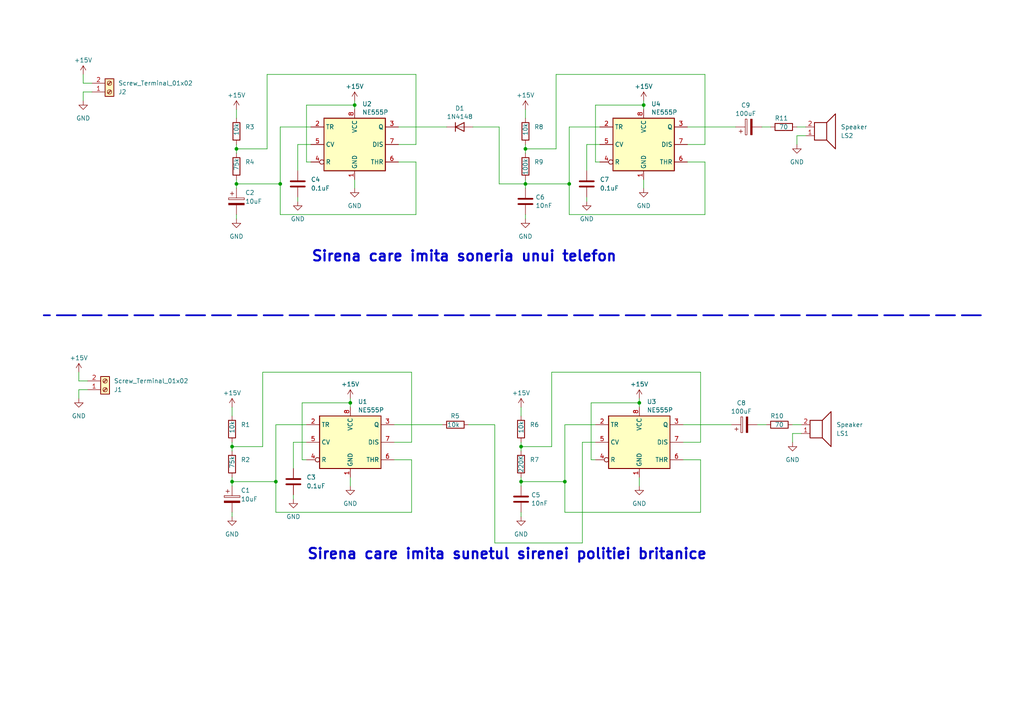
<source format=kicad_sch>
(kicad_sch
	(version 20231120)
	(generator "eeschema")
	(generator_version "8.0")
	(uuid "b7e2b38a-09ed-4e99-80d4-b8eebff5795d")
	(paper "A4")
	(lib_symbols
		(symbol "Connector:Screw_Terminal_01x02"
			(pin_names
				(offset 1.016) hide)
			(exclude_from_sim no)
			(in_bom yes)
			(on_board yes)
			(property "Reference" "J"
				(at 0 2.54 0)
				(effects
					(font
						(size 1.27 1.27)
					)
				)
			)
			(property "Value" "Screw_Terminal_01x02"
				(at 0 -5.08 0)
				(effects
					(font
						(size 1.27 1.27)
					)
				)
			)
			(property "Footprint" ""
				(at 0 0 0)
				(effects
					(font
						(size 1.27 1.27)
					)
					(hide yes)
				)
			)
			(property "Datasheet" "~"
				(at 0 0 0)
				(effects
					(font
						(size 1.27 1.27)
					)
					(hide yes)
				)
			)
			(property "Description" "Generic screw terminal, single row, 01x02, script generated (kicad-library-utils/schlib/autogen/connector/)"
				(at 0 0 0)
				(effects
					(font
						(size 1.27 1.27)
					)
					(hide yes)
				)
			)
			(property "ki_keywords" "screw terminal"
				(at 0 0 0)
				(effects
					(font
						(size 1.27 1.27)
					)
					(hide yes)
				)
			)
			(property "ki_fp_filters" "TerminalBlock*:*"
				(at 0 0 0)
				(effects
					(font
						(size 1.27 1.27)
					)
					(hide yes)
				)
			)
			(symbol "Screw_Terminal_01x02_1_1"
				(rectangle
					(start -1.27 1.27)
					(end 1.27 -3.81)
					(stroke
						(width 0.254)
						(type default)
					)
					(fill
						(type background)
					)
				)
				(circle
					(center 0 -2.54)
					(radius 0.635)
					(stroke
						(width 0.1524)
						(type default)
					)
					(fill
						(type none)
					)
				)
				(polyline
					(pts
						(xy -0.5334 -2.2098) (xy 0.3302 -3.048)
					)
					(stroke
						(width 0.1524)
						(type default)
					)
					(fill
						(type none)
					)
				)
				(polyline
					(pts
						(xy -0.5334 0.3302) (xy 0.3302 -0.508)
					)
					(stroke
						(width 0.1524)
						(type default)
					)
					(fill
						(type none)
					)
				)
				(polyline
					(pts
						(xy -0.3556 -2.032) (xy 0.508 -2.8702)
					)
					(stroke
						(width 0.1524)
						(type default)
					)
					(fill
						(type none)
					)
				)
				(polyline
					(pts
						(xy -0.3556 0.508) (xy 0.508 -0.3302)
					)
					(stroke
						(width 0.1524)
						(type default)
					)
					(fill
						(type none)
					)
				)
				(circle
					(center 0 0)
					(radius 0.635)
					(stroke
						(width 0.1524)
						(type default)
					)
					(fill
						(type none)
					)
				)
				(pin passive line
					(at -5.08 0 0)
					(length 3.81)
					(name "Pin_1"
						(effects
							(font
								(size 1.27 1.27)
							)
						)
					)
					(number "1"
						(effects
							(font
								(size 1.27 1.27)
							)
						)
					)
				)
				(pin passive line
					(at -5.08 -2.54 0)
					(length 3.81)
					(name "Pin_2"
						(effects
							(font
								(size 1.27 1.27)
							)
						)
					)
					(number "2"
						(effects
							(font
								(size 1.27 1.27)
							)
						)
					)
				)
			)
		)
		(symbol "Device:C"
			(pin_numbers hide)
			(pin_names
				(offset 0.254)
			)
			(exclude_from_sim no)
			(in_bom yes)
			(on_board yes)
			(property "Reference" "C"
				(at 0.635 2.54 0)
				(effects
					(font
						(size 1.27 1.27)
					)
					(justify left)
				)
			)
			(property "Value" "C"
				(at 0.635 -2.54 0)
				(effects
					(font
						(size 1.27 1.27)
					)
					(justify left)
				)
			)
			(property "Footprint" ""
				(at 0.9652 -3.81 0)
				(effects
					(font
						(size 1.27 1.27)
					)
					(hide yes)
				)
			)
			(property "Datasheet" "~"
				(at 0 0 0)
				(effects
					(font
						(size 1.27 1.27)
					)
					(hide yes)
				)
			)
			(property "Description" "Unpolarized capacitor"
				(at 0 0 0)
				(effects
					(font
						(size 1.27 1.27)
					)
					(hide yes)
				)
			)
			(property "ki_keywords" "cap capacitor"
				(at 0 0 0)
				(effects
					(font
						(size 1.27 1.27)
					)
					(hide yes)
				)
			)
			(property "ki_fp_filters" "C_*"
				(at 0 0 0)
				(effects
					(font
						(size 1.27 1.27)
					)
					(hide yes)
				)
			)
			(symbol "C_0_1"
				(polyline
					(pts
						(xy -2.032 -0.762) (xy 2.032 -0.762)
					)
					(stroke
						(width 0.508)
						(type default)
					)
					(fill
						(type none)
					)
				)
				(polyline
					(pts
						(xy -2.032 0.762) (xy 2.032 0.762)
					)
					(stroke
						(width 0.508)
						(type default)
					)
					(fill
						(type none)
					)
				)
			)
			(symbol "C_1_1"
				(pin passive line
					(at 0 3.81 270)
					(length 2.794)
					(name "~"
						(effects
							(font
								(size 1.27 1.27)
							)
						)
					)
					(number "1"
						(effects
							(font
								(size 1.27 1.27)
							)
						)
					)
				)
				(pin passive line
					(at 0 -3.81 90)
					(length 2.794)
					(name "~"
						(effects
							(font
								(size 1.27 1.27)
							)
						)
					)
					(number "2"
						(effects
							(font
								(size 1.27 1.27)
							)
						)
					)
				)
			)
		)
		(symbol "Device:C_Polarized"
			(pin_numbers hide)
			(pin_names
				(offset 0.254)
			)
			(exclude_from_sim no)
			(in_bom yes)
			(on_board yes)
			(property "Reference" "C"
				(at 0.635 2.54 0)
				(effects
					(font
						(size 1.27 1.27)
					)
					(justify left)
				)
			)
			(property "Value" "C_Polarized"
				(at 0.635 -2.54 0)
				(effects
					(font
						(size 1.27 1.27)
					)
					(justify left)
				)
			)
			(property "Footprint" ""
				(at 0.9652 -3.81 0)
				(effects
					(font
						(size 1.27 1.27)
					)
					(hide yes)
				)
			)
			(property "Datasheet" "~"
				(at 0 0 0)
				(effects
					(font
						(size 1.27 1.27)
					)
					(hide yes)
				)
			)
			(property "Description" "Polarized capacitor"
				(at 0 0 0)
				(effects
					(font
						(size 1.27 1.27)
					)
					(hide yes)
				)
			)
			(property "ki_keywords" "cap capacitor"
				(at 0 0 0)
				(effects
					(font
						(size 1.27 1.27)
					)
					(hide yes)
				)
			)
			(property "ki_fp_filters" "CP_*"
				(at 0 0 0)
				(effects
					(font
						(size 1.27 1.27)
					)
					(hide yes)
				)
			)
			(symbol "C_Polarized_0_1"
				(rectangle
					(start -2.286 0.508)
					(end 2.286 1.016)
					(stroke
						(width 0)
						(type default)
					)
					(fill
						(type none)
					)
				)
				(polyline
					(pts
						(xy -1.778 2.286) (xy -0.762 2.286)
					)
					(stroke
						(width 0)
						(type default)
					)
					(fill
						(type none)
					)
				)
				(polyline
					(pts
						(xy -1.27 2.794) (xy -1.27 1.778)
					)
					(stroke
						(width 0)
						(type default)
					)
					(fill
						(type none)
					)
				)
				(rectangle
					(start 2.286 -0.508)
					(end -2.286 -1.016)
					(stroke
						(width 0)
						(type default)
					)
					(fill
						(type outline)
					)
				)
			)
			(symbol "C_Polarized_1_1"
				(pin passive line
					(at 0 3.81 270)
					(length 2.794)
					(name "~"
						(effects
							(font
								(size 1.27 1.27)
							)
						)
					)
					(number "1"
						(effects
							(font
								(size 1.27 1.27)
							)
						)
					)
				)
				(pin passive line
					(at 0 -3.81 90)
					(length 2.794)
					(name "~"
						(effects
							(font
								(size 1.27 1.27)
							)
						)
					)
					(number "2"
						(effects
							(font
								(size 1.27 1.27)
							)
						)
					)
				)
			)
		)
		(symbol "Device:R"
			(pin_numbers hide)
			(pin_names
				(offset 0)
			)
			(exclude_from_sim no)
			(in_bom yes)
			(on_board yes)
			(property "Reference" "R"
				(at 2.032 0 90)
				(effects
					(font
						(size 1.27 1.27)
					)
				)
			)
			(property "Value" "R"
				(at 0 0 90)
				(effects
					(font
						(size 1.27 1.27)
					)
				)
			)
			(property "Footprint" ""
				(at -1.778 0 90)
				(effects
					(font
						(size 1.27 1.27)
					)
					(hide yes)
				)
			)
			(property "Datasheet" "~"
				(at 0 0 0)
				(effects
					(font
						(size 1.27 1.27)
					)
					(hide yes)
				)
			)
			(property "Description" "Resistor"
				(at 0 0 0)
				(effects
					(font
						(size 1.27 1.27)
					)
					(hide yes)
				)
			)
			(property "ki_keywords" "R res resistor"
				(at 0 0 0)
				(effects
					(font
						(size 1.27 1.27)
					)
					(hide yes)
				)
			)
			(property "ki_fp_filters" "R_*"
				(at 0 0 0)
				(effects
					(font
						(size 1.27 1.27)
					)
					(hide yes)
				)
			)
			(symbol "R_0_1"
				(rectangle
					(start -1.016 -2.54)
					(end 1.016 2.54)
					(stroke
						(width 0.254)
						(type default)
					)
					(fill
						(type none)
					)
				)
			)
			(symbol "R_1_1"
				(pin passive line
					(at 0 3.81 270)
					(length 1.27)
					(name "~"
						(effects
							(font
								(size 1.27 1.27)
							)
						)
					)
					(number "1"
						(effects
							(font
								(size 1.27 1.27)
							)
						)
					)
				)
				(pin passive line
					(at 0 -3.81 90)
					(length 1.27)
					(name "~"
						(effects
							(font
								(size 1.27 1.27)
							)
						)
					)
					(number "2"
						(effects
							(font
								(size 1.27 1.27)
							)
						)
					)
				)
			)
		)
		(symbol "Device:Speaker"
			(pin_names
				(offset 0) hide)
			(exclude_from_sim no)
			(in_bom yes)
			(on_board yes)
			(property "Reference" "LS"
				(at 1.27 5.715 0)
				(effects
					(font
						(size 1.27 1.27)
					)
					(justify right)
				)
			)
			(property "Value" "Speaker"
				(at 1.27 3.81 0)
				(effects
					(font
						(size 1.27 1.27)
					)
					(justify right)
				)
			)
			(property "Footprint" ""
				(at 0 -5.08 0)
				(effects
					(font
						(size 1.27 1.27)
					)
					(hide yes)
				)
			)
			(property "Datasheet" "~"
				(at -0.254 -1.27 0)
				(effects
					(font
						(size 1.27 1.27)
					)
					(hide yes)
				)
			)
			(property "Description" "Speaker"
				(at 0 0 0)
				(effects
					(font
						(size 1.27 1.27)
					)
					(hide yes)
				)
			)
			(property "ki_keywords" "speaker sound"
				(at 0 0 0)
				(effects
					(font
						(size 1.27 1.27)
					)
					(hide yes)
				)
			)
			(symbol "Speaker_0_0"
				(rectangle
					(start -2.54 1.27)
					(end 1.016 -3.81)
					(stroke
						(width 0.254)
						(type default)
					)
					(fill
						(type none)
					)
				)
				(polyline
					(pts
						(xy 1.016 1.27) (xy 3.556 3.81) (xy 3.556 -6.35) (xy 1.016 -3.81)
					)
					(stroke
						(width 0.254)
						(type default)
					)
					(fill
						(type none)
					)
				)
			)
			(symbol "Speaker_1_1"
				(pin input line
					(at -5.08 0 0)
					(length 2.54)
					(name "1"
						(effects
							(font
								(size 1.27 1.27)
							)
						)
					)
					(number "1"
						(effects
							(font
								(size 1.27 1.27)
							)
						)
					)
				)
				(pin input line
					(at -5.08 -2.54 0)
					(length 2.54)
					(name "2"
						(effects
							(font
								(size 1.27 1.27)
							)
						)
					)
					(number "2"
						(effects
							(font
								(size 1.27 1.27)
							)
						)
					)
				)
			)
		)
		(symbol "Diode:1N4148"
			(pin_numbers hide)
			(pin_names hide)
			(exclude_from_sim no)
			(in_bom yes)
			(on_board yes)
			(property "Reference" "D"
				(at 0 2.54 0)
				(effects
					(font
						(size 1.27 1.27)
					)
				)
			)
			(property "Value" "1N4148"
				(at 0 -2.54 0)
				(effects
					(font
						(size 1.27 1.27)
					)
				)
			)
			(property "Footprint" "Diode_THT:D_DO-35_SOD27_P7.62mm_Horizontal"
				(at 0 0 0)
				(effects
					(font
						(size 1.27 1.27)
					)
					(hide yes)
				)
			)
			(property "Datasheet" "https://assets.nexperia.com/documents/data-sheet/1N4148_1N4448.pdf"
				(at 0 0 0)
				(effects
					(font
						(size 1.27 1.27)
					)
					(hide yes)
				)
			)
			(property "Description" "100V 0.15A standard switching diode, DO-35"
				(at 0 0 0)
				(effects
					(font
						(size 1.27 1.27)
					)
					(hide yes)
				)
			)
			(property "Sim.Device" "D"
				(at 0 0 0)
				(effects
					(font
						(size 1.27 1.27)
					)
					(hide yes)
				)
			)
			(property "Sim.Pins" "1=K 2=A"
				(at 0 0 0)
				(effects
					(font
						(size 1.27 1.27)
					)
					(hide yes)
				)
			)
			(property "ki_keywords" "diode"
				(at 0 0 0)
				(effects
					(font
						(size 1.27 1.27)
					)
					(hide yes)
				)
			)
			(property "ki_fp_filters" "D*DO?35*"
				(at 0 0 0)
				(effects
					(font
						(size 1.27 1.27)
					)
					(hide yes)
				)
			)
			(symbol "1N4148_0_1"
				(polyline
					(pts
						(xy -1.27 1.27) (xy -1.27 -1.27)
					)
					(stroke
						(width 0.254)
						(type default)
					)
					(fill
						(type none)
					)
				)
				(polyline
					(pts
						(xy 1.27 0) (xy -1.27 0)
					)
					(stroke
						(width 0)
						(type default)
					)
					(fill
						(type none)
					)
				)
				(polyline
					(pts
						(xy 1.27 1.27) (xy 1.27 -1.27) (xy -1.27 0) (xy 1.27 1.27)
					)
					(stroke
						(width 0.254)
						(type default)
					)
					(fill
						(type none)
					)
				)
			)
			(symbol "1N4148_1_1"
				(pin passive line
					(at -3.81 0 0)
					(length 2.54)
					(name "K"
						(effects
							(font
								(size 1.27 1.27)
							)
						)
					)
					(number "1"
						(effects
							(font
								(size 1.27 1.27)
							)
						)
					)
				)
				(pin passive line
					(at 3.81 0 180)
					(length 2.54)
					(name "A"
						(effects
							(font
								(size 1.27 1.27)
							)
						)
					)
					(number "2"
						(effects
							(font
								(size 1.27 1.27)
							)
						)
					)
				)
			)
		)
		(symbol "Timer:NE555P"
			(exclude_from_sim no)
			(in_bom yes)
			(on_board yes)
			(property "Reference" "U"
				(at -10.16 8.89 0)
				(effects
					(font
						(size 1.27 1.27)
					)
					(justify left)
				)
			)
			(property "Value" "NE555P"
				(at 2.54 8.89 0)
				(effects
					(font
						(size 1.27 1.27)
					)
					(justify left)
				)
			)
			(property "Footprint" "Package_DIP:DIP-8_W7.62mm"
				(at 16.51 -10.16 0)
				(effects
					(font
						(size 1.27 1.27)
					)
					(hide yes)
				)
			)
			(property "Datasheet" "http://www.ti.com/lit/ds/symlink/ne555.pdf"
				(at 21.59 -10.16 0)
				(effects
					(font
						(size 1.27 1.27)
					)
					(hide yes)
				)
			)
			(property "Description" "Precision Timers, 555 compatible,  PDIP-8"
				(at 0 0 0)
				(effects
					(font
						(size 1.27 1.27)
					)
					(hide yes)
				)
			)
			(property "ki_keywords" "single timer 555"
				(at 0 0 0)
				(effects
					(font
						(size 1.27 1.27)
					)
					(hide yes)
				)
			)
			(property "ki_fp_filters" "DIP*W7.62mm*"
				(at 0 0 0)
				(effects
					(font
						(size 1.27 1.27)
					)
					(hide yes)
				)
			)
			(symbol "NE555P_0_0"
				(pin power_in line
					(at 0 -10.16 90)
					(length 2.54)
					(name "GND"
						(effects
							(font
								(size 1.27 1.27)
							)
						)
					)
					(number "1"
						(effects
							(font
								(size 1.27 1.27)
							)
						)
					)
				)
				(pin power_in line
					(at 0 10.16 270)
					(length 2.54)
					(name "VCC"
						(effects
							(font
								(size 1.27 1.27)
							)
						)
					)
					(number "8"
						(effects
							(font
								(size 1.27 1.27)
							)
						)
					)
				)
			)
			(symbol "NE555P_0_1"
				(rectangle
					(start -8.89 -7.62)
					(end 8.89 7.62)
					(stroke
						(width 0.254)
						(type default)
					)
					(fill
						(type background)
					)
				)
				(rectangle
					(start -8.89 -7.62)
					(end 8.89 7.62)
					(stroke
						(width 0.254)
						(type default)
					)
					(fill
						(type background)
					)
				)
			)
			(symbol "NE555P_1_1"
				(pin input line
					(at -12.7 5.08 0)
					(length 3.81)
					(name "TR"
						(effects
							(font
								(size 1.27 1.27)
							)
						)
					)
					(number "2"
						(effects
							(font
								(size 1.27 1.27)
							)
						)
					)
				)
				(pin output line
					(at 12.7 5.08 180)
					(length 3.81)
					(name "Q"
						(effects
							(font
								(size 1.27 1.27)
							)
						)
					)
					(number "3"
						(effects
							(font
								(size 1.27 1.27)
							)
						)
					)
				)
				(pin input inverted
					(at -12.7 -5.08 0)
					(length 3.81)
					(name "R"
						(effects
							(font
								(size 1.27 1.27)
							)
						)
					)
					(number "4"
						(effects
							(font
								(size 1.27 1.27)
							)
						)
					)
				)
				(pin input line
					(at -12.7 0 0)
					(length 3.81)
					(name "CV"
						(effects
							(font
								(size 1.27 1.27)
							)
						)
					)
					(number "5"
						(effects
							(font
								(size 1.27 1.27)
							)
						)
					)
				)
				(pin input line
					(at 12.7 -5.08 180)
					(length 3.81)
					(name "THR"
						(effects
							(font
								(size 1.27 1.27)
							)
						)
					)
					(number "6"
						(effects
							(font
								(size 1.27 1.27)
							)
						)
					)
				)
				(pin input line
					(at 12.7 0 180)
					(length 3.81)
					(name "DIS"
						(effects
							(font
								(size 1.27 1.27)
							)
						)
					)
					(number "7"
						(effects
							(font
								(size 1.27 1.27)
							)
						)
					)
				)
			)
		)
		(symbol "power:+15V"
			(power)
			(pin_names
				(offset 0)
			)
			(exclude_from_sim no)
			(in_bom yes)
			(on_board yes)
			(property "Reference" "#PWR"
				(at 0 -3.81 0)
				(effects
					(font
						(size 1.27 1.27)
					)
					(hide yes)
				)
			)
			(property "Value" "+15V"
				(at 0 3.556 0)
				(effects
					(font
						(size 1.27 1.27)
					)
				)
			)
			(property "Footprint" ""
				(at 0 0 0)
				(effects
					(font
						(size 1.27 1.27)
					)
					(hide yes)
				)
			)
			(property "Datasheet" ""
				(at 0 0 0)
				(effects
					(font
						(size 1.27 1.27)
					)
					(hide yes)
				)
			)
			(property "Description" "Power symbol creates a global label with name \"+15V\""
				(at 0 0 0)
				(effects
					(font
						(size 1.27 1.27)
					)
					(hide yes)
				)
			)
			(property "ki_keywords" "global power"
				(at 0 0 0)
				(effects
					(font
						(size 1.27 1.27)
					)
					(hide yes)
				)
			)
			(symbol "+15V_0_1"
				(polyline
					(pts
						(xy -0.762 1.27) (xy 0 2.54)
					)
					(stroke
						(width 0)
						(type default)
					)
					(fill
						(type none)
					)
				)
				(polyline
					(pts
						(xy 0 0) (xy 0 2.54)
					)
					(stroke
						(width 0)
						(type default)
					)
					(fill
						(type none)
					)
				)
				(polyline
					(pts
						(xy 0 2.54) (xy 0.762 1.27)
					)
					(stroke
						(width 0)
						(type default)
					)
					(fill
						(type none)
					)
				)
			)
			(symbol "+15V_1_1"
				(pin power_in line
					(at 0 0 90)
					(length 0) hide
					(name "+15V"
						(effects
							(font
								(size 1.27 1.27)
							)
						)
					)
					(number "1"
						(effects
							(font
								(size 1.27 1.27)
							)
						)
					)
				)
			)
		)
		(symbol "power:GND"
			(power)
			(pin_names
				(offset 0)
			)
			(exclude_from_sim no)
			(in_bom yes)
			(on_board yes)
			(property "Reference" "#PWR"
				(at 0 -6.35 0)
				(effects
					(font
						(size 1.27 1.27)
					)
					(hide yes)
				)
			)
			(property "Value" "GND"
				(at 0 -3.81 0)
				(effects
					(font
						(size 1.27 1.27)
					)
				)
			)
			(property "Footprint" ""
				(at 0 0 0)
				(effects
					(font
						(size 1.27 1.27)
					)
					(hide yes)
				)
			)
			(property "Datasheet" ""
				(at 0 0 0)
				(effects
					(font
						(size 1.27 1.27)
					)
					(hide yes)
				)
			)
			(property "Description" "Power symbol creates a global label with name \"GND\" , ground"
				(at 0 0 0)
				(effects
					(font
						(size 1.27 1.27)
					)
					(hide yes)
				)
			)
			(property "ki_keywords" "global power"
				(at 0 0 0)
				(effects
					(font
						(size 1.27 1.27)
					)
					(hide yes)
				)
			)
			(symbol "GND_0_1"
				(polyline
					(pts
						(xy 0 0) (xy 0 -1.27) (xy 1.27 -1.27) (xy 0 -2.54) (xy -1.27 -1.27) (xy 0 -1.27)
					)
					(stroke
						(width 0)
						(type default)
					)
					(fill
						(type none)
					)
				)
			)
			(symbol "GND_1_1"
				(pin power_in line
					(at 0 0 270)
					(length 0) hide
					(name "GND"
						(effects
							(font
								(size 1.27 1.27)
							)
						)
					)
					(number "1"
						(effects
							(font
								(size 1.27 1.27)
							)
						)
					)
				)
			)
		)
	)
	(junction
		(at 80.01 139.7)
		(diameter 0)
		(color 0 0 0 0)
		(uuid "0d02e9a9-f3fa-4d64-81fd-8ac049953ef2")
	)
	(junction
		(at 151.13 129.54)
		(diameter 0)
		(color 0 0 0 0)
		(uuid "31b4563e-1e1a-4196-8d80-6366ccccfff1")
	)
	(junction
		(at 152.4 43.18)
		(diameter 0)
		(color 0 0 0 0)
		(uuid "37cf8e1f-89fb-418a-92fe-8bef36325ad0")
	)
	(junction
		(at 81.28 53.34)
		(diameter 0)
		(color 0 0 0 0)
		(uuid "52f9fa73-fa26-4670-9ace-c51356f8c002")
	)
	(junction
		(at 186.69 30.48)
		(diameter 0)
		(color 0 0 0 0)
		(uuid "55cf9929-49c7-473d-b014-261f61b02042")
	)
	(junction
		(at 102.87 30.48)
		(diameter 0)
		(color 0 0 0 0)
		(uuid "6c022042-6fea-4545-8b39-b20e44de3c54")
	)
	(junction
		(at 165.1 53.34)
		(diameter 0)
		(color 0 0 0 0)
		(uuid "6c900514-7d17-41c0-9476-24c5067bed21")
	)
	(junction
		(at 67.31 139.7)
		(diameter 0)
		(color 0 0 0 0)
		(uuid "83c942d9-f3df-47ac-99d8-bb88af9200c1")
	)
	(junction
		(at 68.58 43.18)
		(diameter 0)
		(color 0 0 0 0)
		(uuid "88cb2016-75d6-418e-93e9-0264bb2c3f56")
	)
	(junction
		(at 101.6 116.84)
		(diameter 0)
		(color 0 0 0 0)
		(uuid "9ee9561d-10d1-474f-a734-8527816358b2")
	)
	(junction
		(at 152.4 53.34)
		(diameter 0)
		(color 0 0 0 0)
		(uuid "ae184b29-881a-4b6f-9c76-3ef4fb6088cc")
	)
	(junction
		(at 151.13 139.7)
		(diameter 0)
		(color 0 0 0 0)
		(uuid "b325cb12-9d3e-42a4-a8d8-fb9b5c08873a")
	)
	(junction
		(at 185.42 116.84)
		(diameter 0)
		(color 0 0 0 0)
		(uuid "d841cc55-bb00-4fcd-8365-aa744c692710")
	)
	(junction
		(at 67.31 129.54)
		(diameter 0)
		(color 0 0 0 0)
		(uuid "d9fc2895-8523-4dca-bc85-4dd56ddc5989")
	)
	(junction
		(at 163.83 139.7)
		(diameter 0)
		(color 0 0 0 0)
		(uuid "f67c2e47-c165-4fd2-b3d3-574e51278ecb")
	)
	(junction
		(at 68.58 53.34)
		(diameter 0)
		(color 0 0 0 0)
		(uuid "fd0e9498-9141-4289-9484-737a97562cf3")
	)
	(wire
		(pts
			(xy 152.4 53.34) (xy 152.4 54.61)
		)
		(stroke
			(width 0)
			(type default)
		)
		(uuid "0672529b-d993-4b26-9318-9f5f226d8c36")
	)
	(wire
		(pts
			(xy 186.69 30.48) (xy 172.72 30.48)
		)
		(stroke
			(width 0)
			(type default)
		)
		(uuid "0859573d-865b-4584-bca3-52ba48460709")
	)
	(wire
		(pts
			(xy 171.45 116.84) (xy 171.45 133.35)
		)
		(stroke
			(width 0)
			(type default)
		)
		(uuid "10608105-d70a-4cd5-8961-7180e827dcc6")
	)
	(wire
		(pts
			(xy 172.72 123.19) (xy 163.83 123.19)
		)
		(stroke
			(width 0)
			(type default)
		)
		(uuid "114bb700-5de6-4ad0-a96f-90a1662f0fdd")
	)
	(wire
		(pts
			(xy 120.65 41.91) (xy 120.65 21.59)
		)
		(stroke
			(width 0)
			(type default)
		)
		(uuid "1613036d-7ef8-4681-bf99-a648d5091dc3")
	)
	(wire
		(pts
			(xy 88.9 46.99) (xy 90.17 46.99)
		)
		(stroke
			(width 0)
			(type default)
		)
		(uuid "17f8f05d-517f-463f-a2bb-574d6d99e730")
	)
	(wire
		(pts
			(xy 115.57 46.99) (xy 120.65 46.99)
		)
		(stroke
			(width 0)
			(type default)
		)
		(uuid "198eafd4-7024-4872-93bb-4e22f937ac3a")
	)
	(wire
		(pts
			(xy 204.47 46.99) (xy 204.47 62.23)
		)
		(stroke
			(width 0)
			(type default)
		)
		(uuid "1a6e83da-f487-4bdb-b791-d1aca531ac5b")
	)
	(wire
		(pts
			(xy 81.28 62.23) (xy 81.28 53.34)
		)
		(stroke
			(width 0)
			(type default)
		)
		(uuid "1b688b1f-c98a-48b7-bcc9-1eaa16692ff7")
	)
	(wire
		(pts
			(xy 170.18 58.42) (xy 170.18 57.15)
		)
		(stroke
			(width 0)
			(type default)
		)
		(uuid "1e411504-a3ea-43be-83c8-6ed6b3fd1a31")
	)
	(wire
		(pts
			(xy 67.31 128.27) (xy 67.31 129.54)
		)
		(stroke
			(width 0)
			(type default)
		)
		(uuid "217d436f-0774-4d94-af43-6d8260437a17")
	)
	(wire
		(pts
			(xy 186.69 30.48) (xy 186.69 31.75)
		)
		(stroke
			(width 0)
			(type default)
		)
		(uuid "218a39bd-1dd8-430e-a0d1-478c29544457")
	)
	(wire
		(pts
			(xy 231.14 41.91) (xy 231.14 39.37)
		)
		(stroke
			(width 0)
			(type default)
		)
		(uuid "2347009a-a838-4663-b31e-9cc46cd19736")
	)
	(wire
		(pts
			(xy 186.69 52.07) (xy 186.69 54.61)
		)
		(stroke
			(width 0)
			(type default)
		)
		(uuid "24a9a49f-6261-40fd-a505-e4b1928a591d")
	)
	(wire
		(pts
			(xy 161.29 43.18) (xy 152.4 43.18)
		)
		(stroke
			(width 0)
			(type default)
		)
		(uuid "27dce752-a927-49e6-bfb1-b0b715d5b5e9")
	)
	(wire
		(pts
			(xy 168.91 128.27) (xy 172.72 128.27)
		)
		(stroke
			(width 0)
			(type default)
		)
		(uuid "2a33ac37-63f0-4039-b393-581f92c76bbc")
	)
	(wire
		(pts
			(xy 203.2 133.35) (xy 203.2 148.59)
		)
		(stroke
			(width 0)
			(type default)
		)
		(uuid "2f16ca64-bbed-429f-bf0a-98aa9b9afd78")
	)
	(wire
		(pts
			(xy 88.9 30.48) (xy 88.9 46.99)
		)
		(stroke
			(width 0)
			(type default)
		)
		(uuid "2f664bc0-119e-4d01-816f-cff3e55cb7ea")
	)
	(wire
		(pts
			(xy 143.51 157.48) (xy 168.91 157.48)
		)
		(stroke
			(width 0)
			(type default)
		)
		(uuid "32808cbb-5f9c-461f-8b1b-b1ff90abdfae")
	)
	(wire
		(pts
			(xy 68.58 31.75) (xy 68.58 34.29)
		)
		(stroke
			(width 0)
			(type default)
		)
		(uuid "3a60b974-1123-4bdb-b27c-9ac794869bc5")
	)
	(wire
		(pts
			(xy 90.17 36.83) (xy 81.28 36.83)
		)
		(stroke
			(width 0)
			(type default)
		)
		(uuid "3a850120-8db2-4bdb-84f3-2c6604411e9f")
	)
	(wire
		(pts
			(xy 26.67 24.13) (xy 24.13 24.13)
		)
		(stroke
			(width 0)
			(type default)
		)
		(uuid "3b7c0c3c-e8b9-4f96-9fb4-f4d2ae3c8f7e")
	)
	(wire
		(pts
			(xy 120.65 62.23) (xy 81.28 62.23)
		)
		(stroke
			(width 0)
			(type default)
		)
		(uuid "3ced6f70-15bf-4f0c-90c1-578e3773d427")
	)
	(wire
		(pts
			(xy 204.47 21.59) (xy 161.29 21.59)
		)
		(stroke
			(width 0)
			(type default)
		)
		(uuid "3e06a169-6651-4ee4-9ae2-4d98d2a0b32d")
	)
	(wire
		(pts
			(xy 199.39 41.91) (xy 204.47 41.91)
		)
		(stroke
			(width 0)
			(type default)
		)
		(uuid "3e554129-7b44-43fe-a148-3e4e027f6fa2")
	)
	(wire
		(pts
			(xy 151.13 139.7) (xy 163.83 139.7)
		)
		(stroke
			(width 0)
			(type default)
		)
		(uuid "3e9aac0d-f151-4d32-ae14-6a85dec25364")
	)
	(wire
		(pts
			(xy 85.09 135.89) (xy 85.09 128.27)
		)
		(stroke
			(width 0)
			(type default)
		)
		(uuid "40d215c1-5d01-4336-a879-0f4c64138f9c")
	)
	(wire
		(pts
			(xy 80.01 123.19) (xy 80.01 139.7)
		)
		(stroke
			(width 0)
			(type default)
		)
		(uuid "4133bbb3-9efc-48e2-a885-f78af575fb17")
	)
	(wire
		(pts
			(xy 229.87 128.27) (xy 229.87 125.73)
		)
		(stroke
			(width 0)
			(type default)
		)
		(uuid "415894ad-0426-4b45-ab3d-d3bee24e5d2b")
	)
	(wire
		(pts
			(xy 173.99 36.83) (xy 165.1 36.83)
		)
		(stroke
			(width 0)
			(type default)
		)
		(uuid "4388e986-a85d-42ba-95bb-ceb7a2aa2aa0")
	)
	(wire
		(pts
			(xy 229.87 123.19) (xy 232.41 123.19)
		)
		(stroke
			(width 0)
			(type default)
		)
		(uuid "4500d1d5-a559-4077-a75e-d8edcb511f42")
	)
	(wire
		(pts
			(xy 67.31 138.43) (xy 67.31 139.7)
		)
		(stroke
			(width 0)
			(type default)
		)
		(uuid "4600e056-3cb3-4f7e-95f2-9f8698b64d4e")
	)
	(wire
		(pts
			(xy 185.42 115.57) (xy 185.42 116.84)
		)
		(stroke
			(width 0)
			(type default)
		)
		(uuid "466609d0-1967-453b-8561-584600fefaee")
	)
	(wire
		(pts
			(xy 198.12 123.19) (xy 212.09 123.19)
		)
		(stroke
			(width 0)
			(type default)
		)
		(uuid "4783a4c4-7cd9-49bd-a597-23fb831505e2")
	)
	(wire
		(pts
			(xy 102.87 30.48) (xy 88.9 30.48)
		)
		(stroke
			(width 0)
			(type default)
		)
		(uuid "4920dcb9-9875-4615-9b05-b3eb923e4766")
	)
	(wire
		(pts
			(xy 151.13 138.43) (xy 151.13 139.7)
		)
		(stroke
			(width 0)
			(type default)
		)
		(uuid "4b9440d0-1166-4d8f-846c-11d503f3e761")
	)
	(wire
		(pts
			(xy 86.36 58.42) (xy 86.36 57.15)
		)
		(stroke
			(width 0)
			(type default)
		)
		(uuid "4e314d0a-ed38-40bf-9c0c-64202a6e8ed9")
	)
	(wire
		(pts
			(xy 219.71 123.19) (xy 222.25 123.19)
		)
		(stroke
			(width 0)
			(type default)
		)
		(uuid "4f79e75c-3379-49c0-a55a-57d6f33adc42")
	)
	(wire
		(pts
			(xy 151.13 118.11) (xy 151.13 120.65)
		)
		(stroke
			(width 0)
			(type default)
		)
		(uuid "4feee10c-4011-4586-ac22-9c862c84664f")
	)
	(wire
		(pts
			(xy 101.6 115.57) (xy 101.6 116.84)
		)
		(stroke
			(width 0)
			(type default)
		)
		(uuid "5131eeea-10f8-4549-a934-05df6d541d66")
	)
	(wire
		(pts
			(xy 68.58 62.23) (xy 68.58 63.5)
		)
		(stroke
			(width 0)
			(type default)
		)
		(uuid "518b1813-ddd0-49a5-b291-7b24975c8e81")
	)
	(wire
		(pts
			(xy 171.45 133.35) (xy 172.72 133.35)
		)
		(stroke
			(width 0)
			(type default)
		)
		(uuid "51d31894-3e35-46b5-819c-953cb80a751a")
	)
	(wire
		(pts
			(xy 102.87 52.07) (xy 102.87 54.61)
		)
		(stroke
			(width 0)
			(type default)
		)
		(uuid "5230e727-a771-4cb3-9183-1e6fef44c26e")
	)
	(wire
		(pts
			(xy 185.42 138.43) (xy 185.42 140.97)
		)
		(stroke
			(width 0)
			(type default)
		)
		(uuid "52406117-b47f-4c25-8a3a-def2e5f1f137")
	)
	(wire
		(pts
			(xy 160.02 107.95) (xy 160.02 129.54)
		)
		(stroke
			(width 0)
			(type default)
		)
		(uuid "52593c8d-7e5f-4472-ba98-8d60df51a21d")
	)
	(wire
		(pts
			(xy 165.1 36.83) (xy 165.1 53.34)
		)
		(stroke
			(width 0)
			(type default)
		)
		(uuid "552cc570-64ac-4dbf-9e50-15882ed50682")
	)
	(wire
		(pts
			(xy 165.1 62.23) (xy 165.1 53.34)
		)
		(stroke
			(width 0)
			(type default)
		)
		(uuid "5a10fc29-4e3d-464c-80b0-3e3e6eedbb73")
	)
	(wire
		(pts
			(xy 163.83 123.19) (xy 163.83 139.7)
		)
		(stroke
			(width 0)
			(type default)
		)
		(uuid "5b844323-d50d-45f8-832a-9e57aec76637")
	)
	(wire
		(pts
			(xy 76.2 107.95) (xy 76.2 129.54)
		)
		(stroke
			(width 0)
			(type default)
		)
		(uuid "5de8b298-3ac8-4cf7-9cb8-6bc145702f66")
	)
	(wire
		(pts
			(xy 119.38 128.27) (xy 119.38 107.95)
		)
		(stroke
			(width 0)
			(type default)
		)
		(uuid "5e95059d-c74d-4674-9ecf-59ba4f1d4615")
	)
	(wire
		(pts
			(xy 220.98 36.83) (xy 223.52 36.83)
		)
		(stroke
			(width 0)
			(type default)
		)
		(uuid "5f3c1504-d3dd-455b-a9ba-3bec70b728fc")
	)
	(wire
		(pts
			(xy 67.31 139.7) (xy 67.31 140.97)
		)
		(stroke
			(width 0)
			(type default)
		)
		(uuid "6058fea7-42ac-4e2a-bd41-5363f1662ee8")
	)
	(wire
		(pts
			(xy 68.58 52.07) (xy 68.58 53.34)
		)
		(stroke
			(width 0)
			(type default)
		)
		(uuid "60737096-12e3-4a72-99c7-13300641e5da")
	)
	(wire
		(pts
			(xy 87.63 116.84) (xy 87.63 133.35)
		)
		(stroke
			(width 0)
			(type default)
		)
		(uuid "6167f349-ffef-42a6-8498-1dede3266d89")
	)
	(wire
		(pts
			(xy 24.13 26.67) (xy 24.13 29.21)
		)
		(stroke
			(width 0)
			(type default)
		)
		(uuid "616e43b6-f2a8-460f-aa65-6885b5b7dfc5")
	)
	(wire
		(pts
			(xy 85.09 128.27) (xy 88.9 128.27)
		)
		(stroke
			(width 0)
			(type default)
		)
		(uuid "618c6917-dca9-4be8-89a0-629bdfefb771")
	)
	(wire
		(pts
			(xy 152.4 31.75) (xy 152.4 34.29)
		)
		(stroke
			(width 0)
			(type default)
		)
		(uuid "634a3f11-5a85-4ee8-b452-0408c33b895a")
	)
	(wire
		(pts
			(xy 22.86 107.95) (xy 22.86 110.49)
		)
		(stroke
			(width 0)
			(type default)
		)
		(uuid "6857d668-d235-4d93-bc21-f532c6ad5222")
	)
	(wire
		(pts
			(xy 161.29 21.59) (xy 161.29 43.18)
		)
		(stroke
			(width 0)
			(type default)
		)
		(uuid "69527ecf-22b1-483f-87c1-30ee4aa51c56")
	)
	(wire
		(pts
			(xy 160.02 129.54) (xy 151.13 129.54)
		)
		(stroke
			(width 0)
			(type default)
		)
		(uuid "6a8acaf8-1c66-44bb-b0a0-9e5de1cb533d")
	)
	(wire
		(pts
			(xy 203.2 148.59) (xy 163.83 148.59)
		)
		(stroke
			(width 0)
			(type default)
		)
		(uuid "75b8eccd-c04c-4134-9a83-78ffb3a656a3")
	)
	(wire
		(pts
			(xy 143.51 123.19) (xy 135.89 123.19)
		)
		(stroke
			(width 0)
			(type default)
		)
		(uuid "7bfaab62-1c48-41e7-ba84-783e1139cc17")
	)
	(wire
		(pts
			(xy 152.4 43.18) (xy 152.4 44.45)
		)
		(stroke
			(width 0)
			(type default)
		)
		(uuid "7d661afd-b30c-426b-9f6a-fad1457029ac")
	)
	(wire
		(pts
			(xy 102.87 29.21) (xy 102.87 30.48)
		)
		(stroke
			(width 0)
			(type default)
		)
		(uuid "7d8ec067-3efe-4d22-b8a5-a6932eb6c979")
	)
	(wire
		(pts
			(xy 87.63 133.35) (xy 88.9 133.35)
		)
		(stroke
			(width 0)
			(type default)
		)
		(uuid "7e1cdeb5-e952-4908-bb65-f1a007cb7311")
	)
	(wire
		(pts
			(xy 77.47 21.59) (xy 77.47 43.18)
		)
		(stroke
			(width 0)
			(type default)
		)
		(uuid "8222dc07-ed0c-4e02-994c-7f7815967964")
	)
	(wire
		(pts
			(xy 102.87 30.48) (xy 102.87 31.75)
		)
		(stroke
			(width 0)
			(type default)
		)
		(uuid "826f1b2d-847f-4a87-bcc9-c421574b5f81")
	)
	(wire
		(pts
			(xy 144.78 36.83) (xy 137.16 36.83)
		)
		(stroke
			(width 0)
			(type default)
		)
		(uuid "82b9a15e-a312-4d6f-b1e2-2a785b1035ee")
	)
	(wire
		(pts
			(xy 185.42 116.84) (xy 171.45 116.84)
		)
		(stroke
			(width 0)
			(type default)
		)
		(uuid "83758739-2379-43dc-95ce-798989a2789c")
	)
	(wire
		(pts
			(xy 185.42 116.84) (xy 185.42 118.11)
		)
		(stroke
			(width 0)
			(type default)
		)
		(uuid "8944de45-860f-4172-b3a5-857f3843caec")
	)
	(wire
		(pts
			(xy 80.01 148.59) (xy 80.01 139.7)
		)
		(stroke
			(width 0)
			(type default)
		)
		(uuid "8da3472b-84c9-4a7b-8c79-dd485f476064")
	)
	(wire
		(pts
			(xy 204.47 62.23) (xy 165.1 62.23)
		)
		(stroke
			(width 0)
			(type default)
		)
		(uuid "8e8e02df-da37-4778-854c-4b8d12666847")
	)
	(wire
		(pts
			(xy 229.87 125.73) (xy 232.41 125.73)
		)
		(stroke
			(width 0)
			(type default)
		)
		(uuid "8f6048d3-7235-43aa-b344-bfed871ab278")
	)
	(wire
		(pts
			(xy 101.6 138.43) (xy 101.6 140.97)
		)
		(stroke
			(width 0)
			(type default)
		)
		(uuid "904b058b-8585-45dc-b459-fb22d43817e7")
	)
	(wire
		(pts
			(xy 120.65 46.99) (xy 120.65 62.23)
		)
		(stroke
			(width 0)
			(type default)
		)
		(uuid "91987907-bf69-408e-bd2c-3b8e76adfdd2")
	)
	(wire
		(pts
			(xy 115.57 36.83) (xy 129.54 36.83)
		)
		(stroke
			(width 0)
			(type default)
		)
		(uuid "9393ef7f-4687-46cd-aab7-db10b17988d3")
	)
	(wire
		(pts
			(xy 152.4 62.23) (xy 152.4 63.5)
		)
		(stroke
			(width 0)
			(type default)
		)
		(uuid "945b4a6b-fd42-4390-932f-c9e869595114")
	)
	(wire
		(pts
			(xy 165.1 53.34) (xy 152.4 53.34)
		)
		(stroke
			(width 0)
			(type default)
		)
		(uuid "94f03853-7a9c-48f7-b24f-48a4d83f4626")
	)
	(wire
		(pts
			(xy 26.67 26.67) (xy 24.13 26.67)
		)
		(stroke
			(width 0)
			(type default)
		)
		(uuid "994d3fa3-fc4f-47f2-a320-ac7dfc09a2f9")
	)
	(wire
		(pts
			(xy 76.2 129.54) (xy 67.31 129.54)
		)
		(stroke
			(width 0)
			(type default)
		)
		(uuid "9ed89ad2-5369-41a1-896b-fa36e7abe960")
	)
	(wire
		(pts
			(xy 199.39 46.99) (xy 204.47 46.99)
		)
		(stroke
			(width 0)
			(type default)
		)
		(uuid "a39ee4ee-af20-4815-bd9d-d92e66f2db2c")
	)
	(wire
		(pts
			(xy 152.4 52.07) (xy 152.4 53.34)
		)
		(stroke
			(width 0)
			(type default)
		)
		(uuid "a62e1a24-3dfe-4240-8948-cb46f93eb6b8")
	)
	(wire
		(pts
			(xy 81.28 53.34) (xy 68.58 53.34)
		)
		(stroke
			(width 0)
			(type default)
		)
		(uuid "a686b461-b9bc-432a-bf61-ea037ed2522c")
	)
	(wire
		(pts
			(xy 68.58 53.34) (xy 68.58 54.61)
		)
		(stroke
			(width 0)
			(type default)
		)
		(uuid "a785dab6-57a1-4d68-b7e8-7c1a0d635b36")
	)
	(wire
		(pts
			(xy 144.78 53.34) (xy 144.78 36.83)
		)
		(stroke
			(width 0)
			(type default)
		)
		(uuid "a78e3c2b-1dab-4180-89c6-8b136a42ee6f")
	)
	(wire
		(pts
			(xy 25.4 110.49) (xy 22.86 110.49)
		)
		(stroke
			(width 0)
			(type default)
		)
		(uuid "a808365a-49be-46ab-ad6b-c378720bfe2f")
	)
	(wire
		(pts
			(xy 81.28 36.83) (xy 81.28 53.34)
		)
		(stroke
			(width 0)
			(type default)
		)
		(uuid "a8bd9ab7-66b6-4dcb-b935-0f11c3b4d01a")
	)
	(wire
		(pts
			(xy 151.13 128.27) (xy 151.13 129.54)
		)
		(stroke
			(width 0)
			(type default)
		)
		(uuid "a8cfa1df-c62c-4d56-a1da-76aaedb71bc6")
	)
	(wire
		(pts
			(xy 203.2 107.95) (xy 160.02 107.95)
		)
		(stroke
			(width 0)
			(type default)
		)
		(uuid "acc63503-7f04-447a-9f28-4e156a1ccbd5")
	)
	(wire
		(pts
			(xy 25.4 113.03) (xy 22.86 113.03)
		)
		(stroke
			(width 0)
			(type default)
		)
		(uuid "b3565ad2-a153-43fa-b058-f3dc540f1644")
	)
	(wire
		(pts
			(xy 163.83 139.7) (xy 163.83 148.59)
		)
		(stroke
			(width 0)
			(type default)
		)
		(uuid "b3724ec3-3aed-4ca5-85a8-ad4c834eaa52")
	)
	(wire
		(pts
			(xy 151.13 129.54) (xy 151.13 130.81)
		)
		(stroke
			(width 0)
			(type default)
		)
		(uuid "b3d1ba1c-8dae-42a7-9a89-cb2c6c0c0a46")
	)
	(wire
		(pts
			(xy 88.9 123.19) (xy 80.01 123.19)
		)
		(stroke
			(width 0)
			(type default)
		)
		(uuid "b6aa46df-11bd-431d-ba4e-f25b75dcbfae")
	)
	(wire
		(pts
			(xy 120.65 21.59) (xy 77.47 21.59)
		)
		(stroke
			(width 0)
			(type default)
		)
		(uuid "ba34a725-12a3-458f-8e8e-4196944091f4")
	)
	(wire
		(pts
			(xy 101.6 116.84) (xy 87.63 116.84)
		)
		(stroke
			(width 0)
			(type default)
		)
		(uuid "bd38e28d-3e37-4458-8124-2d3692a73ff8")
	)
	(wire
		(pts
			(xy 67.31 129.54) (xy 67.31 130.81)
		)
		(stroke
			(width 0)
			(type default)
		)
		(uuid "bf598bdc-8d7d-40e3-87b3-f2ee8cb2a022")
	)
	(wire
		(pts
			(xy 119.38 133.35) (xy 119.38 148.59)
		)
		(stroke
			(width 0)
			(type default)
		)
		(uuid "c276f135-79db-4279-a6ed-dce981c4180e")
	)
	(wire
		(pts
			(xy 186.69 29.21) (xy 186.69 30.48)
		)
		(stroke
			(width 0)
			(type default)
		)
		(uuid "c2a119b6-d99d-4aea-bf8b-337a5a14fa52")
	)
	(wire
		(pts
			(xy 152.4 41.91) (xy 152.4 43.18)
		)
		(stroke
			(width 0)
			(type default)
		)
		(uuid "ca6a45c5-70d9-4acc-939b-639c57555c2c")
	)
	(wire
		(pts
			(xy 67.31 148.59) (xy 67.31 149.86)
		)
		(stroke
			(width 0)
			(type default)
		)
		(uuid "ca7fb33e-0ce5-41be-a93c-164df1581cb9")
	)
	(wire
		(pts
			(xy 80.01 139.7) (xy 67.31 139.7)
		)
		(stroke
			(width 0)
			(type default)
		)
		(uuid "cb2c8a20-481e-401e-a820-692b59113bad")
	)
	(wire
		(pts
			(xy 77.47 43.18) (xy 68.58 43.18)
		)
		(stroke
			(width 0)
			(type default)
		)
		(uuid "ccd03aa4-b9f6-4b23-be21-702a396720c6")
	)
	(wire
		(pts
			(xy 86.36 49.53) (xy 86.36 41.91)
		)
		(stroke
			(width 0)
			(type default)
		)
		(uuid "cd7b78ae-a16a-420b-a025-7664fe26b2ba")
	)
	(wire
		(pts
			(xy 24.13 21.59) (xy 24.13 24.13)
		)
		(stroke
			(width 0)
			(type default)
		)
		(uuid "ce0aee14-ea64-409d-8ee2-cf28476786c9")
	)
	(wire
		(pts
			(xy 199.39 36.83) (xy 213.36 36.83)
		)
		(stroke
			(width 0)
			(type default)
		)
		(uuid "cf19df56-ab1e-4a33-8622-1273a78d4409")
	)
	(wire
		(pts
			(xy 231.14 36.83) (xy 233.68 36.83)
		)
		(stroke
			(width 0)
			(type default)
		)
		(uuid "d0bc1ffa-e73a-46a8-ba6c-71c0e06cd837")
	)
	(wire
		(pts
			(xy 172.72 46.99) (xy 173.99 46.99)
		)
		(stroke
			(width 0)
			(type default)
		)
		(uuid "d1273b33-0e53-4735-82d4-9fedcc08692f")
	)
	(wire
		(pts
			(xy 119.38 148.59) (xy 80.01 148.59)
		)
		(stroke
			(width 0)
			(type default)
		)
		(uuid "d3348df5-a913-4376-8c64-1cb169874f72")
	)
	(wire
		(pts
			(xy 22.86 113.03) (xy 22.86 115.57)
		)
		(stroke
			(width 0)
			(type default)
		)
		(uuid "d38dcae5-c08e-41c9-b89d-f8d19f988308")
	)
	(wire
		(pts
			(xy 172.72 30.48) (xy 172.72 46.99)
		)
		(stroke
			(width 0)
			(type default)
		)
		(uuid "d3fe97f9-c731-49e2-bdad-37b0f205e1de")
	)
	(wire
		(pts
			(xy 151.13 148.59) (xy 151.13 149.86)
		)
		(stroke
			(width 0)
			(type default)
		)
		(uuid "d848ef5a-e4d5-4045-91c5-1c1ba8d86e8c")
	)
	(wire
		(pts
			(xy 170.18 49.53) (xy 170.18 41.91)
		)
		(stroke
			(width 0)
			(type default)
		)
		(uuid "dadae1e8-827a-4481-9358-00ebc593cdc9")
	)
	(wire
		(pts
			(xy 101.6 116.84) (xy 101.6 118.11)
		)
		(stroke
			(width 0)
			(type default)
		)
		(uuid "daf34ebc-84d2-45d2-a760-a7523d1297fe")
	)
	(wire
		(pts
			(xy 231.14 39.37) (xy 233.68 39.37)
		)
		(stroke
			(width 0)
			(type default)
		)
		(uuid "db13a528-21d5-4343-a2b1-330422811ff9")
	)
	(wire
		(pts
			(xy 115.57 41.91) (xy 120.65 41.91)
		)
		(stroke
			(width 0)
			(type default)
		)
		(uuid "db871d13-10c6-4bfc-92d6-8c33e515e4c4")
	)
	(wire
		(pts
			(xy 143.51 123.19) (xy 143.51 157.48)
		)
		(stroke
			(width 0)
			(type default)
		)
		(uuid "db8dea5d-b724-4945-abba-15d5dd25aaa7")
	)
	(wire
		(pts
			(xy 67.31 118.11) (xy 67.31 120.65)
		)
		(stroke
			(width 0)
			(type default)
		)
		(uuid "dc2f5e0f-9f16-4ab3-aaa6-258713df0175")
	)
	(wire
		(pts
			(xy 114.3 128.27) (xy 119.38 128.27)
		)
		(stroke
			(width 0)
			(type default)
		)
		(uuid "dca29cdb-f96d-4d08-bb65-71edf9c1e33a")
	)
	(wire
		(pts
			(xy 114.3 133.35) (xy 119.38 133.35)
		)
		(stroke
			(width 0)
			(type default)
		)
		(uuid "dd1161ed-6111-42bd-94ca-6b4a41f30676")
	)
	(wire
		(pts
			(xy 85.09 144.78) (xy 85.09 143.51)
		)
		(stroke
			(width 0)
			(type default)
		)
		(uuid "ded73056-c52a-44a1-91ea-8314e3a98aef")
	)
	(wire
		(pts
			(xy 68.58 41.91) (xy 68.58 43.18)
		)
		(stroke
			(width 0)
			(type default)
		)
		(uuid "e0b949b0-0323-4be9-8445-95f603c56751")
	)
	(wire
		(pts
			(xy 198.12 133.35) (xy 203.2 133.35)
		)
		(stroke
			(width 0)
			(type default)
		)
		(uuid "e172deba-f394-47c1-a07a-c4787b578a15")
	)
	(wire
		(pts
			(xy 152.4 53.34) (xy 144.78 53.34)
		)
		(stroke
			(width 0)
			(type default)
		)
		(uuid "e4e391ae-0d52-4e4d-8442-fe040387ced3")
	)
	(wire
		(pts
			(xy 204.47 41.91) (xy 204.47 21.59)
		)
		(stroke
			(width 0)
			(type default)
		)
		(uuid "e7e7c82b-ce47-4103-a0a6-9c80fc89ec68")
	)
	(wire
		(pts
			(xy 168.91 157.48) (xy 168.91 128.27)
		)
		(stroke
			(width 0)
			(type default)
		)
		(uuid "e826cb68-54b9-48f7-8111-7ebc30325685")
	)
	(wire
		(pts
			(xy 86.36 41.91) (xy 90.17 41.91)
		)
		(stroke
			(width 0)
			(type default)
		)
		(uuid "e9f677b5-c2ec-4c8c-93f7-5f3be2731da9")
	)
	(wire
		(pts
			(xy 198.12 128.27) (xy 203.2 128.27)
		)
		(stroke
			(width 0)
			(type default)
		)
		(uuid "f103f7cb-a78f-4189-88e3-0711b047b23b")
	)
	(polyline
		(pts
			(xy 284.48 91.44) (xy 12.7 91.44)
		)
		(stroke
			(width 0.5)
			(type dash)
		)
		(uuid "f2ab7c14-52e2-43ca-bead-484623b4b36f")
	)
	(wire
		(pts
			(xy 119.38 107.95) (xy 76.2 107.95)
		)
		(stroke
			(width 0)
			(type default)
		)
		(uuid "f36cb50e-802f-41de-9c53-c249835464c5")
	)
	(wire
		(pts
			(xy 151.13 139.7) (xy 151.13 140.97)
		)
		(stroke
			(width 0)
			(type default)
		)
		(uuid "f37ab377-e91d-4484-80e9-1ceab10e9a2b")
	)
	(wire
		(pts
			(xy 68.58 43.18) (xy 68.58 44.45)
		)
		(stroke
			(width 0)
			(type default)
		)
		(uuid "f3d265fd-f228-4db9-8600-d2f1c1a1ce3c")
	)
	(wire
		(pts
			(xy 203.2 128.27) (xy 203.2 107.95)
		)
		(stroke
			(width 0)
			(type default)
		)
		(uuid "f7dea528-e9f1-4c8c-9ed7-4abb05c9913e")
	)
	(wire
		(pts
			(xy 170.18 41.91) (xy 173.99 41.91)
		)
		(stroke
			(width 0)
			(type default)
		)
		(uuid "f8559855-6965-4032-8757-063baed20cda")
	)
	(wire
		(pts
			(xy 114.3 123.19) (xy 128.27 123.19)
		)
		(stroke
			(width 0)
			(type default)
		)
		(uuid "fd821c02-42f9-46c6-9c78-d7cae1f713fd")
	)
	(text "Sirena care imita sunetul sirenei politiei britanice"
		(exclude_from_sim no)
		(at 88.9 162.56 0)
		(effects
			(font
				(size 3 3)
				(thickness 0.6)
				(bold yes)
			)
			(justify left bottom)
		)
		(uuid "db37c520-c119-4ea3-b5a2-0962e59afdf1")
	)
	(text "Sirena care imita soneria unui telefon"
		(exclude_from_sim no)
		(at 90.17 76.2 0)
		(effects
			(font
				(size 3 3)
				(thickness 0.6)
				(bold yes)
			)
			(justify left bottom)
		)
		(uuid "fe09722d-9b9d-46e7-a251-1cd6298dbeaf")
	)
	(symbol
		(lib_id "power:+15V")
		(at 102.87 29.21 0)
		(unit 1)
		(exclude_from_sim no)
		(in_bom yes)
		(on_board yes)
		(dnp no)
		(fields_autoplaced yes)
		(uuid "06611a6d-f428-40a9-9201-e73e220dbace")
		(property "Reference" "#PWR013"
			(at 102.87 33.02 0)
			(effects
				(font
					(size 1.27 1.27)
				)
				(hide yes)
			)
		)
		(property "Value" "+15V"
			(at 102.87 25.0769 0)
			(effects
				(font
					(size 1.27 1.27)
				)
			)
		)
		(property "Footprint" ""
			(at 102.87 29.21 0)
			(effects
				(font
					(size 1.27 1.27)
				)
				(hide yes)
			)
		)
		(property "Datasheet" ""
			(at 102.87 29.21 0)
			(effects
				(font
					(size 1.27 1.27)
				)
				(hide yes)
			)
		)
		(property "Description" ""
			(at 102.87 29.21 0)
			(effects
				(font
					(size 1.27 1.27)
				)
				(hide yes)
			)
		)
		(pin "1"
			(uuid "16919d23-13a3-4911-9665-34e071363f05")
		)
		(instances
			(project "sirene 555"
				(path "/b7e2b38a-09ed-4e99-80d4-b8eebff5795d"
					(reference "#PWR013")
					(unit 1)
				)
			)
		)
	)
	(symbol
		(lib_id "power:GND")
		(at 229.87 128.27 0)
		(unit 1)
		(exclude_from_sim no)
		(in_bom yes)
		(on_board yes)
		(dnp no)
		(fields_autoplaced yes)
		(uuid "06e21558-b861-46fe-8c2d-be03a5fea290")
		(property "Reference" "#PWR024"
			(at 229.87 134.62 0)
			(effects
				(font
					(size 1.27 1.27)
				)
				(hide yes)
			)
		)
		(property "Value" "GND"
			(at 229.87 133.35 0)
			(effects
				(font
					(size 1.27 1.27)
				)
			)
		)
		(property "Footprint" ""
			(at 229.87 128.27 0)
			(effects
				(font
					(size 1.27 1.27)
				)
				(hide yes)
			)
		)
		(property "Datasheet" ""
			(at 229.87 128.27 0)
			(effects
				(font
					(size 1.27 1.27)
				)
				(hide yes)
			)
		)
		(property "Description" ""
			(at 229.87 128.27 0)
			(effects
				(font
					(size 1.27 1.27)
				)
				(hide yes)
			)
		)
		(pin "1"
			(uuid "85250fd3-16ac-46ab-938b-6857df19fd8a")
		)
		(instances
			(project "sirene 555"
				(path "/b7e2b38a-09ed-4e99-80d4-b8eebff5795d"
					(reference "#PWR024")
					(unit 1)
				)
			)
		)
	)
	(symbol
		(lib_id "power:+15V")
		(at 68.58 31.75 0)
		(unit 1)
		(exclude_from_sim no)
		(in_bom yes)
		(on_board yes)
		(dnp no)
		(fields_autoplaced yes)
		(uuid "0841cbdb-a8db-4063-afe4-568246cfe9f1")
		(property "Reference" "#PWR07"
			(at 68.58 35.56 0)
			(effects
				(font
					(size 1.27 1.27)
				)
				(hide yes)
			)
		)
		(property "Value" "+15V"
			(at 68.58 27.6169 0)
			(effects
				(font
					(size 1.27 1.27)
				)
			)
		)
		(property "Footprint" ""
			(at 68.58 31.75 0)
			(effects
				(font
					(size 1.27 1.27)
				)
				(hide yes)
			)
		)
		(property "Datasheet" ""
			(at 68.58 31.75 0)
			(effects
				(font
					(size 1.27 1.27)
				)
				(hide yes)
			)
		)
		(property "Description" ""
			(at 68.58 31.75 0)
			(effects
				(font
					(size 1.27 1.27)
				)
				(hide yes)
			)
		)
		(pin "1"
			(uuid "bd86dd3f-4cb8-41bb-9355-2c46862128ed")
		)
		(instances
			(project "sirene 555"
				(path "/b7e2b38a-09ed-4e99-80d4-b8eebff5795d"
					(reference "#PWR07")
					(unit 1)
				)
			)
		)
	)
	(symbol
		(lib_id "power:+15V")
		(at 67.31 118.11 0)
		(unit 1)
		(exclude_from_sim no)
		(in_bom yes)
		(on_board yes)
		(dnp no)
		(fields_autoplaced yes)
		(uuid "0ac99e16-5a6b-4a4a-a295-03dcb3ea12ca")
		(property "Reference" "#PWR05"
			(at 67.31 121.92 0)
			(effects
				(font
					(size 1.27 1.27)
				)
				(hide yes)
			)
		)
		(property "Value" "+15V"
			(at 67.31 113.9769 0)
			(effects
				(font
					(size 1.27 1.27)
				)
			)
		)
		(property "Footprint" ""
			(at 67.31 118.11 0)
			(effects
				(font
					(size 1.27 1.27)
				)
				(hide yes)
			)
		)
		(property "Datasheet" ""
			(at 67.31 118.11 0)
			(effects
				(font
					(size 1.27 1.27)
				)
				(hide yes)
			)
		)
		(property "Description" ""
			(at 67.31 118.11 0)
			(effects
				(font
					(size 1.27 1.27)
				)
				(hide yes)
			)
		)
		(pin "1"
			(uuid "465bbabf-2412-4690-85d4-7337c59ae19e")
		)
		(instances
			(project "sirene 555"
				(path "/b7e2b38a-09ed-4e99-80d4-b8eebff5795d"
					(reference "#PWR05")
					(unit 1)
				)
			)
		)
	)
	(symbol
		(lib_id "Device:R")
		(at 132.08 123.19 90)
		(unit 1)
		(exclude_from_sim no)
		(in_bom yes)
		(on_board yes)
		(dnp no)
		(uuid "113365f9-bf56-48fc-b406-dddb55a3bb1f")
		(property "Reference" "R5"
			(at 133.35 120.65 90)
			(effects
				(font
					(size 1.27 1.27)
				)
				(justify left)
			)
		)
		(property "Value" "10k"
			(at 133.35 123.19 90)
			(effects
				(font
					(size 1.27 1.27)
				)
				(justify left)
			)
		)
		(property "Footprint" "Resistor_THT:R_Axial_DIN0207_L6.3mm_D2.5mm_P7.62mm_Horizontal"
			(at 132.08 124.968 90)
			(effects
				(font
					(size 1.27 1.27)
				)
				(hide yes)
			)
		)
		(property "Datasheet" "~"
			(at 132.08 123.19 0)
			(effects
				(font
					(size 1.27 1.27)
				)
				(hide yes)
			)
		)
		(property "Description" ""
			(at 132.08 123.19 0)
			(effects
				(font
					(size 1.27 1.27)
				)
				(hide yes)
			)
		)
		(property "Mfr.Part." "MBB02070C1002DC100"
			(at 132.08 123.19 0)
			(effects
				(font
					(size 1.27 1.27)
				)
				(hide yes)
			)
		)
		(property "link" "https://ro.mouser.com/ProductDetail/Vishay-Beyschlag/MBB02070C1002DC100?qs=sGAEpiMZZMsPqMdJzcrNwovKkaku%252B%2FxMy9iibeB%2FJgw%3D"
			(at 132.08 123.19 0)
			(effects
				(font
					(size 1.27 1.27)
				)
				(hide yes)
			)
		)
		(pin "1"
			(uuid "b702263d-3f93-4e94-b313-f5a172719a92")
		)
		(pin "2"
			(uuid "aedec4a2-9804-48e8-b729-3dc93c194984")
		)
		(instances
			(project "sirene 555"
				(path "/b7e2b38a-09ed-4e99-80d4-b8eebff5795d"
					(reference "R5")
					(unit 1)
				)
			)
		)
	)
	(symbol
		(lib_id "Device:R")
		(at 227.33 36.83 90)
		(unit 1)
		(exclude_from_sim no)
		(in_bom yes)
		(on_board yes)
		(dnp no)
		(uuid "1b926123-eafe-49bf-aed8-8e425e4b27a5")
		(property "Reference" "R11"
			(at 228.6 34.29 90)
			(effects
				(font
					(size 1.27 1.27)
				)
				(justify left)
			)
		)
		(property "Value" "70"
			(at 228.6 36.83 90)
			(effects
				(font
					(size 1.27 1.27)
				)
				(justify left)
			)
		)
		(property "Footprint" "Resistor_THT:R_Axial_DIN0207_L6.3mm_D2.5mm_P7.62mm_Horizontal"
			(at 227.33 38.608 90)
			(effects
				(font
					(size 1.27 1.27)
				)
				(hide yes)
			)
		)
		(property "Datasheet" "~"
			(at 227.33 36.83 0)
			(effects
				(font
					(size 1.27 1.27)
				)
				(hide yes)
			)
		)
		(property "Description" ""
			(at 227.33 36.83 0)
			(effects
				(font
					(size 1.27 1.27)
				)
				(hide yes)
			)
		)
		(pin "1"
			(uuid "07ce5b01-1709-4fdd-9dd5-124649d3d405")
		)
		(pin "2"
			(uuid "316e674a-cf51-457b-83e9-5bb34c4fbc95")
		)
		(instances
			(project "sirene 555"
				(path "/b7e2b38a-09ed-4e99-80d4-b8eebff5795d"
					(reference "R11")
					(unit 1)
				)
			)
		)
	)
	(symbol
		(lib_id "Device:C")
		(at 170.18 53.34 0)
		(unit 1)
		(exclude_from_sim no)
		(in_bom yes)
		(on_board yes)
		(dnp no)
		(fields_autoplaced yes)
		(uuid "24bc0f86-280c-480c-930f-e1899eb96f59")
		(property "Reference" "C7"
			(at 173.99 52.07 0)
			(effects
				(font
					(size 1.27 1.27)
				)
				(justify left)
			)
		)
		(property "Value" "0.1uF"
			(at 173.99 54.61 0)
			(effects
				(font
					(size 1.27 1.27)
				)
				(justify left)
			)
		)
		(property "Footprint" "Capacitor_THT:C_Disc_D4.3mm_W1.9mm_P5.00mm"
			(at 171.1452 57.15 0)
			(effects
				(font
					(size 1.27 1.27)
				)
				(hide yes)
			)
		)
		(property "Datasheet" "~"
			(at 170.18 53.34 0)
			(effects
				(font
					(size 1.27 1.27)
				)
				(hide yes)
			)
		)
		(property "Description" ""
			(at 170.18 53.34 0)
			(effects
				(font
					(size 1.27 1.27)
				)
				(hide yes)
			)
		)
		(property "Sup_Ref" ""
			(at 170.18 53.34 0)
			(effects
				(font
					(size 1.27 1.27)
				)
				(hide yes)
			)
		)
		(pin "1"
			(uuid "8e00a0b7-6be7-40be-981c-5f72b0dbcb19")
		)
		(pin "2"
			(uuid "ba5e26e9-3492-4419-b56a-b4028b8a5d19")
		)
		(instances
			(project "sirene 555"
				(path "/b7e2b38a-09ed-4e99-80d4-b8eebff5795d"
					(reference "C7")
					(unit 1)
				)
			)
		)
	)
	(symbol
		(lib_id "Timer:NE555P")
		(at 185.42 128.27 0)
		(unit 1)
		(exclude_from_sim no)
		(in_bom yes)
		(on_board yes)
		(dnp no)
		(fields_autoplaced yes)
		(uuid "277c47ff-f2c6-4583-908f-63bc948ecdd3")
		(property "Reference" "U3"
			(at 187.6141 116.5057 0)
			(effects
				(font
					(size 1.27 1.27)
				)
				(justify left)
			)
		)
		(property "Value" "NE555P"
			(at 187.6141 118.9299 0)
			(effects
				(font
					(size 1.27 1.27)
				)
				(justify left)
			)
		)
		(property "Footprint" "Package_DIP:DIP-8_W7.62mm"
			(at 201.93 138.43 0)
			(effects
				(font
					(size 1.27 1.27)
				)
				(hide yes)
			)
		)
		(property "Datasheet" "http://www.ti.com/lit/ds/symlink/ne555.pdf"
			(at 207.01 138.43 0)
			(effects
				(font
					(size 1.27 1.27)
				)
				(hide yes)
			)
		)
		(property "Description" ""
			(at 185.42 128.27 0)
			(effects
				(font
					(size 1.27 1.27)
				)
				(hide yes)
			)
		)
		(pin "1"
			(uuid "24552954-1b7d-4d8a-9664-6ddfeded5ec4")
		)
		(pin "3"
			(uuid "c41427fd-eb7b-4df7-8f3a-a199cc2f085e")
		)
		(pin "5"
			(uuid "b81b95bc-e0a4-4f0e-a393-677f93a88772")
		)
		(pin "7"
			(uuid "4a74c84b-7d0e-42cc-a009-9a59a4789bde")
		)
		(pin "6"
			(uuid "11c2c9b3-fcdc-4750-b8f6-5134cd75c7ee")
		)
		(pin "2"
			(uuid "0a404bcf-9479-43ce-9a56-4bfc4a0a323e")
		)
		(pin "4"
			(uuid "877dbfd2-127a-4bf6-b871-8d1888cef266")
		)
		(pin "8"
			(uuid "a34f8170-66c8-4043-9696-25253cec0201")
		)
		(instances
			(project "sirene 555"
				(path "/b7e2b38a-09ed-4e99-80d4-b8eebff5795d"
					(reference "U3")
					(unit 1)
				)
			)
		)
	)
	(symbol
		(lib_id "power:GND")
		(at 101.6 140.97 0)
		(unit 1)
		(exclude_from_sim no)
		(in_bom yes)
		(on_board yes)
		(dnp no)
		(fields_autoplaced yes)
		(uuid "34593a52-7624-4099-b39d-daa04e943b63")
		(property "Reference" "#PWR012"
			(at 101.6 147.32 0)
			(effects
				(font
					(size 1.27 1.27)
				)
				(hide yes)
			)
		)
		(property "Value" "GND"
			(at 101.6 146.05 0)
			(effects
				(font
					(size 1.27 1.27)
				)
			)
		)
		(property "Footprint" ""
			(at 101.6 140.97 0)
			(effects
				(font
					(size 1.27 1.27)
				)
				(hide yes)
			)
		)
		(property "Datasheet" ""
			(at 101.6 140.97 0)
			(effects
				(font
					(size 1.27 1.27)
				)
				(hide yes)
			)
		)
		(property "Description" ""
			(at 101.6 140.97 0)
			(effects
				(font
					(size 1.27 1.27)
				)
				(hide yes)
			)
		)
		(pin "1"
			(uuid "0a651d60-d05d-47b6-bd19-f5b5257cf442")
		)
		(instances
			(project "sirene 555"
				(path "/b7e2b38a-09ed-4e99-80d4-b8eebff5795d"
					(reference "#PWR012")
					(unit 1)
				)
			)
		)
	)
	(symbol
		(lib_id "Connector:Screw_Terminal_01x02")
		(at 31.75 26.67 0)
		(mirror x)
		(unit 1)
		(exclude_from_sim no)
		(in_bom yes)
		(on_board yes)
		(dnp no)
		(uuid "34a1925f-072d-4a9a-89e9-da6dca40053c")
		(property "Reference" "J2"
			(at 34.29 26.67 0)
			(effects
				(font
					(size 1.27 1.27)
				)
				(justify left)
			)
		)
		(property "Value" "Screw_Terminal_01x02"
			(at 34.29 24.13 0)
			(effects
				(font
					(size 1.27 1.27)
				)
				(justify left)
			)
		)
		(property "Footprint" "Connector_Phoenix_MSTB:PhoenixContact_MSTBA_2,5_2-G_1x02_P5.00mm_Horizontal"
			(at 31.75 26.67 0)
			(effects
				(font
					(size 1.27 1.27)
				)
				(hide yes)
			)
		)
		(property "Datasheet" "~"
			(at 31.75 26.67 0)
			(effects
				(font
					(size 1.27 1.27)
				)
				(hide yes)
			)
		)
		(property "Description" ""
			(at 31.75 26.67 0)
			(effects
				(font
					(size 1.27 1.27)
				)
				(hide yes)
			)
		)
		(pin "1"
			(uuid "9270391a-85a8-4641-815d-059158e0e761")
		)
		(pin "2"
			(uuid "d39ede96-61b2-48a4-bd57-20febee6e369")
		)
		(instances
			(project "sirene 555"
				(path "/b7e2b38a-09ed-4e99-80d4-b8eebff5795d"
					(reference "J2")
					(unit 1)
				)
			)
		)
	)
	(symbol
		(lib_id "Device:R")
		(at 151.13 134.62 0)
		(unit 1)
		(exclude_from_sim no)
		(in_bom yes)
		(on_board yes)
		(dnp no)
		(uuid "3a52a512-83a7-42c2-ac08-5e1c4c90580f")
		(property "Reference" "R7"
			(at 153.67 133.35 0)
			(effects
				(font
					(size 1.27 1.27)
				)
				(justify left)
			)
		)
		(property "Value" "220K"
			(at 151.13 137.16 90)
			(effects
				(font
					(size 1.27 1.27)
				)
				(justify left)
			)
		)
		(property "Footprint" "Resistor_THT:R_Axial_DIN0207_L6.3mm_D2.5mm_P7.62mm_Horizontal"
			(at 149.352 134.62 90)
			(effects
				(font
					(size 1.27 1.27)
				)
				(hide yes)
			)
		)
		(property "Datasheet" "~"
			(at 151.13 134.62 0)
			(effects
				(font
					(size 1.27 1.27)
				)
				(hide yes)
			)
		)
		(property "Description" ""
			(at 151.13 134.62 0)
			(effects
				(font
					(size 1.27 1.27)
				)
				(hide yes)
			)
		)
		(pin "1"
			(uuid "451f032a-b5bc-470c-8101-2915f583d553")
		)
		(pin "2"
			(uuid "297ae58e-1c22-460c-90ab-66d9ec0e00de")
		)
		(instances
			(project "sirene 555"
				(path "/b7e2b38a-09ed-4e99-80d4-b8eebff5795d"
					(reference "R7")
					(unit 1)
				)
			)
		)
	)
	(symbol
		(lib_id "power:+15V")
		(at 22.86 107.95 0)
		(unit 1)
		(exclude_from_sim no)
		(in_bom yes)
		(on_board yes)
		(dnp no)
		(fields_autoplaced yes)
		(uuid "465bf18f-46d6-4425-8380-e5eb4740c967")
		(property "Reference" "#PWR01"
			(at 22.86 111.76 0)
			(effects
				(font
					(size 1.27 1.27)
				)
				(hide yes)
			)
		)
		(property "Value" "+15V"
			(at 22.86 103.8169 0)
			(effects
				(font
					(size 1.27 1.27)
				)
			)
		)
		(property "Footprint" ""
			(at 22.86 107.95 0)
			(effects
				(font
					(size 1.27 1.27)
				)
				(hide yes)
			)
		)
		(property "Datasheet" ""
			(at 22.86 107.95 0)
			(effects
				(font
					(size 1.27 1.27)
				)
				(hide yes)
			)
		)
		(property "Description" ""
			(at 22.86 107.95 0)
			(effects
				(font
					(size 1.27 1.27)
				)
				(hide yes)
			)
		)
		(pin "1"
			(uuid "2098bb9d-22ed-41e3-9d7b-c36663c04405")
		)
		(instances
			(project "sirene 555"
				(path "/b7e2b38a-09ed-4e99-80d4-b8eebff5795d"
					(reference "#PWR01")
					(unit 1)
				)
			)
		)
	)
	(symbol
		(lib_id "Device:C_Polarized")
		(at 217.17 36.83 90)
		(unit 1)
		(exclude_from_sim no)
		(in_bom yes)
		(on_board yes)
		(dnp no)
		(fields_autoplaced yes)
		(uuid "49035b9e-2ecb-483b-83c3-289cc3210082")
		(property "Reference" "C9"
			(at 216.281 30.5267 90)
			(effects
				(font
					(size 1.27 1.27)
				)
			)
		)
		(property "Value" "100uF"
			(at 216.281 32.9509 90)
			(effects
				(font
					(size 1.27 1.27)
				)
			)
		)
		(property "Footprint" "Capacitor_THT:CP_Radial_D6.3mm_P2.50mm"
			(at 220.98 35.8648 0)
			(effects
				(font
					(size 1.27 1.27)
				)
				(hide yes)
			)
		)
		(property "Datasheet" "~"
			(at 217.17 36.83 0)
			(effects
				(font
					(size 1.27 1.27)
				)
				(hide yes)
			)
		)
		(property "Description" ""
			(at 217.17 36.83 0)
			(effects
				(font
					(size 1.27 1.27)
				)
				(hide yes)
			)
		)
		(pin "1"
			(uuid "9a673bf3-c04e-470d-bbf7-4f0a60db1928")
		)
		(pin "2"
			(uuid "5d45bcdd-b49d-4c75-920c-9846f22f7f87")
		)
		(instances
			(project "sirene 555"
				(path "/b7e2b38a-09ed-4e99-80d4-b8eebff5795d"
					(reference "C9")
					(unit 1)
				)
			)
		)
	)
	(symbol
		(lib_id "power:GND")
		(at 22.86 115.57 0)
		(unit 1)
		(exclude_from_sim no)
		(in_bom yes)
		(on_board yes)
		(dnp no)
		(fields_autoplaced yes)
		(uuid "557877f8-8e02-4821-9123-a96f30977cfd")
		(property "Reference" "#PWR02"
			(at 22.86 121.92 0)
			(effects
				(font
					(size 1.27 1.27)
				)
				(hide yes)
			)
		)
		(property "Value" "GND"
			(at 22.86 120.65 0)
			(effects
				(font
					(size 1.27 1.27)
				)
			)
		)
		(property "Footprint" ""
			(at 22.86 115.57 0)
			(effects
				(font
					(size 1.27 1.27)
				)
				(hide yes)
			)
		)
		(property "Datasheet" ""
			(at 22.86 115.57 0)
			(effects
				(font
					(size 1.27 1.27)
				)
				(hide yes)
			)
		)
		(property "Description" ""
			(at 22.86 115.57 0)
			(effects
				(font
					(size 1.27 1.27)
				)
				(hide yes)
			)
		)
		(pin "1"
			(uuid "86d6b313-cc5d-40db-8eb6-24aee7e6e3fb")
		)
		(instances
			(project "sirene 555"
				(path "/b7e2b38a-09ed-4e99-80d4-b8eebff5795d"
					(reference "#PWR02")
					(unit 1)
				)
			)
		)
	)
	(symbol
		(lib_id "Diode:1N4148")
		(at 133.35 36.83 0)
		(unit 1)
		(exclude_from_sim no)
		(in_bom yes)
		(on_board yes)
		(dnp no)
		(fields_autoplaced yes)
		(uuid "58bffac9-a348-4709-a84d-37cf0e74364b")
		(property "Reference" "D1"
			(at 133.35 31.4157 0)
			(effects
				(font
					(size 1.27 1.27)
				)
			)
		)
		(property "Value" "1N4148"
			(at 133.35 33.8399 0)
			(effects
				(font
					(size 1.27 1.27)
				)
			)
		)
		(property "Footprint" "Diode_THT:D_DO-35_SOD27_P7.62mm_Horizontal"
			(at 133.35 36.83 0)
			(effects
				(font
					(size 1.27 1.27)
				)
				(hide yes)
			)
		)
		(property "Datasheet" "https://assets.nexperia.com/documents/data-sheet/1N4148_1N4448.pdf"
			(at 133.35 36.83 0)
			(effects
				(font
					(size 1.27 1.27)
				)
				(hide yes)
			)
		)
		(property "Description" ""
			(at 133.35 36.83 0)
			(effects
				(font
					(size 1.27 1.27)
				)
				(hide yes)
			)
		)
		(property "Sim.Device" "D"
			(at 133.35 36.83 0)
			(effects
				(font
					(size 1.27 1.27)
				)
				(hide yes)
			)
		)
		(property "Sim.Pins" "1=K 2=A"
			(at 133.35 36.83 0)
			(effects
				(font
					(size 1.27 1.27)
				)
				(hide yes)
			)
		)
		(pin "2"
			(uuid "7443cd4e-2091-46ee-8c50-efdd0e8eb702")
		)
		(pin "1"
			(uuid "fb1fc67c-2f8f-487a-9ee6-0686ea1f8bca")
		)
		(instances
			(project "sirene 555"
				(path "/b7e2b38a-09ed-4e99-80d4-b8eebff5795d"
					(reference "D1")
					(unit 1)
				)
			)
		)
	)
	(symbol
		(lib_id "Device:C")
		(at 152.4 58.42 0)
		(unit 1)
		(exclude_from_sim no)
		(in_bom yes)
		(on_board yes)
		(dnp no)
		(fields_autoplaced yes)
		(uuid "5e106ed0-298f-46fd-9cf1-bfccdeea39f3")
		(property "Reference" "C6"
			(at 155.321 57.2079 0)
			(effects
				(font
					(size 1.27 1.27)
				)
				(justify left)
			)
		)
		(property "Value" "10nF"
			(at 155.321 59.6321 0)
			(effects
				(font
					(size 1.27 1.27)
				)
				(justify left)
			)
		)
		(property "Footprint" "Capacitor_THT:C_Disc_D4.3mm_W1.9mm_P5.00mm"
			(at 153.3652 62.23 0)
			(effects
				(font
					(size 1.27 1.27)
				)
				(hide yes)
			)
		)
		(property "Datasheet" "~"
			(at 152.4 58.42 0)
			(effects
				(font
					(size 1.27 1.27)
				)
				(hide yes)
			)
		)
		(property "Description" ""
			(at 152.4 58.42 0)
			(effects
				(font
					(size 1.27 1.27)
				)
				(hide yes)
			)
		)
		(property "Sup_Ref" ""
			(at 152.4 58.42 0)
			(effects
				(font
					(size 1.27 1.27)
				)
				(hide yes)
			)
		)
		(pin "1"
			(uuid "5c58a294-6a6c-4737-a385-d0dc27d4d57a")
		)
		(pin "2"
			(uuid "3635ad61-f9bc-4e6f-9bfa-722310172529")
		)
		(instances
			(project "sirene 555"
				(path "/b7e2b38a-09ed-4e99-80d4-b8eebff5795d"
					(reference "C6")
					(unit 1)
				)
			)
		)
	)
	(symbol
		(lib_id "power:GND")
		(at 186.69 54.61 0)
		(unit 1)
		(exclude_from_sim no)
		(in_bom yes)
		(on_board yes)
		(dnp no)
		(fields_autoplaced yes)
		(uuid "70563310-add1-40ee-882c-f576e6e8188c")
		(property "Reference" "#PWR023"
			(at 186.69 60.96 0)
			(effects
				(font
					(size 1.27 1.27)
				)
				(hide yes)
			)
		)
		(property "Value" "GND"
			(at 186.69 59.69 0)
			(effects
				(font
					(size 1.27 1.27)
				)
			)
		)
		(property "Footprint" ""
			(at 186.69 54.61 0)
			(effects
				(font
					(size 1.27 1.27)
				)
				(hide yes)
			)
		)
		(property "Datasheet" ""
			(at 186.69 54.61 0)
			(effects
				(font
					(size 1.27 1.27)
				)
				(hide yes)
			)
		)
		(property "Description" ""
			(at 186.69 54.61 0)
			(effects
				(font
					(size 1.27 1.27)
				)
				(hide yes)
			)
		)
		(pin "1"
			(uuid "f665de46-da87-4153-b787-2865a3eda4c7")
		)
		(instances
			(project "sirene 555"
				(path "/b7e2b38a-09ed-4e99-80d4-b8eebff5795d"
					(reference "#PWR023")
					(unit 1)
				)
			)
		)
	)
	(symbol
		(lib_id "Device:R")
		(at 151.13 124.46 0)
		(unit 1)
		(exclude_from_sim no)
		(in_bom yes)
		(on_board yes)
		(dnp no)
		(uuid "71b7cfbf-2858-49e3-91a6-bd18161c6217")
		(property "Reference" "R6"
			(at 153.67 123.19 0)
			(effects
				(font
					(size 1.27 1.27)
				)
				(justify left)
			)
		)
		(property "Value" "10k"
			(at 151.13 125.73 90)
			(effects
				(font
					(size 1.27 1.27)
				)
				(justify left)
			)
		)
		(property "Footprint" "Resistor_THT:R_Axial_DIN0207_L6.3mm_D2.5mm_P7.62mm_Horizontal"
			(at 149.352 124.46 90)
			(effects
				(font
					(size 1.27 1.27)
				)
				(hide yes)
			)
		)
		(property "Datasheet" "~"
			(at 151.13 124.46 0)
			(effects
				(font
					(size 1.27 1.27)
				)
				(hide yes)
			)
		)
		(property "Description" ""
			(at 151.13 124.46 0)
			(effects
				(font
					(size 1.27 1.27)
				)
				(hide yes)
			)
		)
		(property "Mfr.Part." "MBB02070C1002DC100"
			(at 151.13 124.46 0)
			(effects
				(font
					(size 1.27 1.27)
				)
				(hide yes)
			)
		)
		(property "link" "https://ro.mouser.com/ProductDetail/Vishay-Beyschlag/MBB02070C1002DC100?qs=sGAEpiMZZMsPqMdJzcrNwovKkaku%252B%2FxMy9iibeB%2FJgw%3D"
			(at 151.13 124.46 0)
			(effects
				(font
					(size 1.27 1.27)
				)
				(hide yes)
			)
		)
		(pin "1"
			(uuid "64ba3d95-fd6a-42e6-9629-74205017181c")
		)
		(pin "2"
			(uuid "c7bc09c6-8ead-41dc-89c2-80e01d1d5547")
		)
		(instances
			(project "sirene 555"
				(path "/b7e2b38a-09ed-4e99-80d4-b8eebff5795d"
					(reference "R6")
					(unit 1)
				)
			)
		)
	)
	(symbol
		(lib_id "power:GND")
		(at 231.14 41.91 0)
		(unit 1)
		(exclude_from_sim no)
		(in_bom yes)
		(on_board yes)
		(dnp no)
		(fields_autoplaced yes)
		(uuid "7725d264-d7bc-4a59-891f-f5ebebc8f65f")
		(property "Reference" "#PWR025"
			(at 231.14 48.26 0)
			(effects
				(font
					(size 1.27 1.27)
				)
				(hide yes)
			)
		)
		(property "Value" "GND"
			(at 231.14 46.99 0)
			(effects
				(font
					(size 1.27 1.27)
				)
			)
		)
		(property "Footprint" ""
			(at 231.14 41.91 0)
			(effects
				(font
					(size 1.27 1.27)
				)
				(hide yes)
			)
		)
		(property "Datasheet" ""
			(at 231.14 41.91 0)
			(effects
				(font
					(size 1.27 1.27)
				)
				(hide yes)
			)
		)
		(property "Description" ""
			(at 231.14 41.91 0)
			(effects
				(font
					(size 1.27 1.27)
				)
				(hide yes)
			)
		)
		(pin "1"
			(uuid "f31d7855-3ace-4ed2-a729-c612e581eaab")
		)
		(instances
			(project "sirene 555"
				(path "/b7e2b38a-09ed-4e99-80d4-b8eebff5795d"
					(reference "#PWR025")
					(unit 1)
				)
			)
		)
	)
	(symbol
		(lib_id "power:+15V")
		(at 152.4 31.75 0)
		(unit 1)
		(exclude_from_sim no)
		(in_bom yes)
		(on_board yes)
		(dnp no)
		(fields_autoplaced yes)
		(uuid "7c70f400-bd15-4748-9833-3dbe6da8a7e4")
		(property "Reference" "#PWR017"
			(at 152.4 35.56 0)
			(effects
				(font
					(size 1.27 1.27)
				)
				(hide yes)
			)
		)
		(property "Value" "+15V"
			(at 152.4 27.6169 0)
			(effects
				(font
					(size 1.27 1.27)
				)
			)
		)
		(property "Footprint" ""
			(at 152.4 31.75 0)
			(effects
				(font
					(size 1.27 1.27)
				)
				(hide yes)
			)
		)
		(property "Datasheet" ""
			(at 152.4 31.75 0)
			(effects
				(font
					(size 1.27 1.27)
				)
				(hide yes)
			)
		)
		(property "Description" ""
			(at 152.4 31.75 0)
			(effects
				(font
					(size 1.27 1.27)
				)
				(hide yes)
			)
		)
		(pin "1"
			(uuid "47ff23aa-bb3d-4267-bec8-9a16c23bf984")
		)
		(instances
			(project "sirene 555"
				(path "/b7e2b38a-09ed-4e99-80d4-b8eebff5795d"
					(reference "#PWR017")
					(unit 1)
				)
			)
		)
	)
	(symbol
		(lib_id "power:GND")
		(at 67.31 149.86 0)
		(unit 1)
		(exclude_from_sim no)
		(in_bom yes)
		(on_board yes)
		(dnp no)
		(fields_autoplaced yes)
		(uuid "7dc3ff7a-6d13-4e0d-a1ce-5249bb6c780d")
		(property "Reference" "#PWR06"
			(at 67.31 156.21 0)
			(effects
				(font
					(size 1.27 1.27)
				)
				(hide yes)
			)
		)
		(property "Value" "GND"
			(at 67.31 154.94 0)
			(effects
				(font
					(size 1.27 1.27)
				)
			)
		)
		(property "Footprint" ""
			(at 67.31 149.86 0)
			(effects
				(font
					(size 1.27 1.27)
				)
				(hide yes)
			)
		)
		(property "Datasheet" ""
			(at 67.31 149.86 0)
			(effects
				(font
					(size 1.27 1.27)
				)
				(hide yes)
			)
		)
		(property "Description" ""
			(at 67.31 149.86 0)
			(effects
				(font
					(size 1.27 1.27)
				)
				(hide yes)
			)
		)
		(pin "1"
			(uuid "e513ff2a-a7eb-4348-a2bb-83e950bf2e57")
		)
		(instances
			(project "sirene 555"
				(path "/b7e2b38a-09ed-4e99-80d4-b8eebff5795d"
					(reference "#PWR06")
					(unit 1)
				)
			)
		)
	)
	(symbol
		(lib_id "Device:R")
		(at 68.58 48.26 0)
		(unit 1)
		(exclude_from_sim no)
		(in_bom yes)
		(on_board yes)
		(dnp no)
		(uuid "825afa17-4d59-44a2-b9b5-9824ddee89bf")
		(property "Reference" "R4"
			(at 71.12 46.99 0)
			(effects
				(font
					(size 1.27 1.27)
				)
				(justify left)
			)
		)
		(property "Value" "75k"
			(at 68.58 49.53 90)
			(effects
				(font
					(size 1.27 1.27)
				)
				(justify left)
			)
		)
		(property "Footprint" "Resistor_THT:R_Axial_DIN0207_L6.3mm_D2.5mm_P7.62mm_Horizontal"
			(at 66.802 48.26 90)
			(effects
				(font
					(size 1.27 1.27)
				)
				(hide yes)
			)
		)
		(property "Datasheet" "~"
			(at 68.58 48.26 0)
			(effects
				(font
					(size 1.27 1.27)
				)
				(hide yes)
			)
		)
		(property "Description" ""
			(at 68.58 48.26 0)
			(effects
				(font
					(size 1.27 1.27)
				)
				(hide yes)
			)
		)
		(pin "1"
			(uuid "e9817442-b3f5-43af-a50a-8dc97295402f")
		)
		(pin "2"
			(uuid "14a3a77f-3113-4198-831c-24f7227ed792")
		)
		(instances
			(project "sirene 555"
				(path "/b7e2b38a-09ed-4e99-80d4-b8eebff5795d"
					(reference "R4")
					(unit 1)
				)
			)
		)
	)
	(symbol
		(lib_id "Device:C")
		(at 86.36 53.34 0)
		(unit 1)
		(exclude_from_sim no)
		(in_bom yes)
		(on_board yes)
		(dnp no)
		(fields_autoplaced yes)
		(uuid "84daf2d4-9d0a-4892-872b-9d4bff1efda2")
		(property "Reference" "C4"
			(at 90.17 52.07 0)
			(effects
				(font
					(size 1.27 1.27)
				)
				(justify left)
			)
		)
		(property "Value" "0.1uF"
			(at 90.17 54.61 0)
			(effects
				(font
					(size 1.27 1.27)
				)
				(justify left)
			)
		)
		(property "Footprint" "Capacitor_THT:C_Disc_D4.3mm_W1.9mm_P5.00mm"
			(at 87.3252 57.15 0)
			(effects
				(font
					(size 1.27 1.27)
				)
				(hide yes)
			)
		)
		(property "Datasheet" "~"
			(at 86.36 53.34 0)
			(effects
				(font
					(size 1.27 1.27)
				)
				(hide yes)
			)
		)
		(property "Description" ""
			(at 86.36 53.34 0)
			(effects
				(font
					(size 1.27 1.27)
				)
				(hide yes)
			)
		)
		(property "Sup_Ref" ""
			(at 86.36 53.34 0)
			(effects
				(font
					(size 1.27 1.27)
				)
				(hide yes)
			)
		)
		(property "link" ""
			(at 86.36 53.34 0)
			(effects
				(font
					(size 1.27 1.27)
				)
				(hide yes)
			)
		)
		(property "Mfr.Part." ""
			(at 86.36 53.34 0)
			(effects
				(font
					(size 1.27 1.27)
				)
				(hide yes)
			)
		)
		(pin "1"
			(uuid "d8bd4f26-8b5e-4b07-a2d0-615e03a1c800")
		)
		(pin "2"
			(uuid "d8200328-2519-4d85-aea4-21611517cd1f")
		)
		(instances
			(project "sirene 555"
				(path "/b7e2b38a-09ed-4e99-80d4-b8eebff5795d"
					(reference "C4")
					(unit 1)
				)
			)
		)
	)
	(symbol
		(lib_id "power:GND")
		(at 152.4 63.5 0)
		(unit 1)
		(exclude_from_sim no)
		(in_bom yes)
		(on_board yes)
		(dnp no)
		(fields_autoplaced yes)
		(uuid "85cd932f-d08e-49d7-b952-8c8195abad4d")
		(property "Reference" "#PWR018"
			(at 152.4 69.85 0)
			(effects
				(font
					(size 1.27 1.27)
				)
				(hide yes)
			)
		)
		(property "Value" "GND"
			(at 152.4 68.58 0)
			(effects
				(font
					(size 1.27 1.27)
				)
			)
		)
		(property "Footprint" ""
			(at 152.4 63.5 0)
			(effects
				(font
					(size 1.27 1.27)
				)
				(hide yes)
			)
		)
		(property "Datasheet" ""
			(at 152.4 63.5 0)
			(effects
				(font
					(size 1.27 1.27)
				)
				(hide yes)
			)
		)
		(property "Description" ""
			(at 152.4 63.5 0)
			(effects
				(font
					(size 1.27 1.27)
				)
				(hide yes)
			)
		)
		(pin "1"
			(uuid "1d72d764-b0f0-4686-95f3-a4f48da230cd")
		)
		(instances
			(project "sirene 555"
				(path "/b7e2b38a-09ed-4e99-80d4-b8eebff5795d"
					(reference "#PWR018")
					(unit 1)
				)
			)
		)
	)
	(symbol
		(lib_id "power:GND")
		(at 102.87 54.61 0)
		(unit 1)
		(exclude_from_sim no)
		(in_bom yes)
		(on_board yes)
		(dnp no)
		(fields_autoplaced yes)
		(uuid "9035f667-a20a-419e-bc2b-7308f5bfe431")
		(property "Reference" "#PWR014"
			(at 102.87 60.96 0)
			(effects
				(font
					(size 1.27 1.27)
				)
				(hide yes)
			)
		)
		(property "Value" "GND"
			(at 102.87 59.69 0)
			(effects
				(font
					(size 1.27 1.27)
				)
			)
		)
		(property "Footprint" ""
			(at 102.87 54.61 0)
			(effects
				(font
					(size 1.27 1.27)
				)
				(hide yes)
			)
		)
		(property "Datasheet" ""
			(at 102.87 54.61 0)
			(effects
				(font
					(size 1.27 1.27)
				)
				(hide yes)
			)
		)
		(property "Description" ""
			(at 102.87 54.61 0)
			(effects
				(font
					(size 1.27 1.27)
				)
				(hide yes)
			)
		)
		(pin "1"
			(uuid "09c1486e-c139-4b45-844d-1f1f6661ba31")
		)
		(instances
			(project "sirene 555"
				(path "/b7e2b38a-09ed-4e99-80d4-b8eebff5795d"
					(reference "#PWR014")
					(unit 1)
				)
			)
		)
	)
	(symbol
		(lib_id "power:+15V")
		(at 101.6 115.57 0)
		(unit 1)
		(exclude_from_sim no)
		(in_bom yes)
		(on_board yes)
		(dnp no)
		(fields_autoplaced yes)
		(uuid "925fae43-fa39-4175-a918-971afa0f24c6")
		(property "Reference" "#PWR011"
			(at 101.6 119.38 0)
			(effects
				(font
					(size 1.27 1.27)
				)
				(hide yes)
			)
		)
		(property "Value" "+15V"
			(at 101.6 111.4369 0)
			(effects
				(font
					(size 1.27 1.27)
				)
			)
		)
		(property "Footprint" ""
			(at 101.6 115.57 0)
			(effects
				(font
					(size 1.27 1.27)
				)
				(hide yes)
			)
		)
		(property "Datasheet" ""
			(at 101.6 115.57 0)
			(effects
				(font
					(size 1.27 1.27)
				)
				(hide yes)
			)
		)
		(property "Description" ""
			(at 101.6 115.57 0)
			(effects
				(font
					(size 1.27 1.27)
				)
				(hide yes)
			)
		)
		(pin "1"
			(uuid "d49cbdcc-45e4-45bc-94eb-c76b0ae10f5c")
		)
		(instances
			(project "sirene 555"
				(path "/b7e2b38a-09ed-4e99-80d4-b8eebff5795d"
					(reference "#PWR011")
					(unit 1)
				)
			)
		)
	)
	(symbol
		(lib_id "Device:R")
		(at 152.4 38.1 0)
		(unit 1)
		(exclude_from_sim no)
		(in_bom yes)
		(on_board yes)
		(dnp no)
		(uuid "956e784d-05b5-4e18-b392-fab1e42ab160")
		(property "Reference" "R8"
			(at 154.94 36.83 0)
			(effects
				(font
					(size 1.27 1.27)
				)
				(justify left)
			)
		)
		(property "Value" "10k"
			(at 152.4 39.37 90)
			(effects
				(font
					(size 1.27 1.27)
				)
				(justify left)
			)
		)
		(property "Footprint" "Resistor_THT:R_Axial_DIN0207_L6.3mm_D2.5mm_P7.62mm_Horizontal"
			(at 150.622 38.1 90)
			(effects
				(font
					(size 1.27 1.27)
				)
				(hide yes)
			)
		)
		(property "Datasheet" "~"
			(at 152.4 38.1 0)
			(effects
				(font
					(size 1.27 1.27)
				)
				(hide yes)
			)
		)
		(property "Description" ""
			(at 152.4 38.1 0)
			(effects
				(font
					(size 1.27 1.27)
				)
				(hide yes)
			)
		)
		(property "Mfr.Part." "MBB02070C1002DC100"
			(at 152.4 38.1 0)
			(effects
				(font
					(size 1.27 1.27)
				)
				(hide yes)
			)
		)
		(property "link" "https://ro.mouser.com/ProductDetail/Vishay-Beyschlag/MBB02070C1002DC100?qs=sGAEpiMZZMsPqMdJzcrNwovKkaku%252B%2FxMy9iibeB%2FJgw%3D"
			(at 152.4 38.1 0)
			(effects
				(font
					(size 1.27 1.27)
				)
				(hide yes)
			)
		)
		(pin "1"
			(uuid "e639b672-b30a-4465-8214-0a306dc95320")
		)
		(pin "2"
			(uuid "33887619-2ca9-4dea-af30-f8a3d7b1b0dc")
		)
		(instances
			(project "sirene 555"
				(path "/b7e2b38a-09ed-4e99-80d4-b8eebff5795d"
					(reference "R8")
					(unit 1)
				)
			)
		)
	)
	(symbol
		(lib_id "Timer:NE555P")
		(at 101.6 128.27 0)
		(unit 1)
		(exclude_from_sim no)
		(in_bom yes)
		(on_board yes)
		(dnp no)
		(fields_autoplaced yes)
		(uuid "95a886b9-1f2f-4e5e-9761-b54f561d06fa")
		(property "Reference" "U1"
			(at 103.7941 116.5057 0)
			(effects
				(font
					(size 1.27 1.27)
				)
				(justify left)
			)
		)
		(property "Value" "NE555P"
			(at 103.7941 118.9299 0)
			(effects
				(font
					(size 1.27 1.27)
				)
				(justify left)
			)
		)
		(property "Footprint" "Package_DIP:DIP-8_W7.62mm"
			(at 118.11 138.43 0)
			(effects
				(font
					(size 1.27 1.27)
				)
				(hide yes)
			)
		)
		(property "Datasheet" "http://www.ti.com/lit/ds/symlink/ne555.pdf"
			(at 123.19 138.43 0)
			(effects
				(font
					(size 1.27 1.27)
				)
				(hide yes)
			)
		)
		(property "Description" ""
			(at 101.6 128.27 0)
			(effects
				(font
					(size 1.27 1.27)
				)
				(hide yes)
			)
		)
		(pin "1"
			(uuid "98d87386-3eed-4b0a-ae71-b92c65b8c211")
		)
		(pin "3"
			(uuid "8139b05e-e152-44c6-aa52-1339ebac643b")
		)
		(pin "5"
			(uuid "4d022c8b-15e2-424f-a771-99df6df70e6f")
		)
		(pin "7"
			(uuid "4a6a0337-1b2e-4be2-8761-705bb58c6562")
		)
		(pin "6"
			(uuid "ff029dab-b58c-4da5-bf2a-ea8513b7bf46")
		)
		(pin "2"
			(uuid "76a2ca7e-b7e1-4012-9cd6-5dfcfc36375d")
		)
		(pin "4"
			(uuid "b741cdda-f37f-4019-9dfb-f69961175d00")
		)
		(pin "8"
			(uuid "cb3aadd2-37e0-412f-8fe8-977305e5c017")
		)
		(instances
			(project "sirene 555"
				(path "/b7e2b38a-09ed-4e99-80d4-b8eebff5795d"
					(reference "U1")
					(unit 1)
				)
			)
		)
	)
	(symbol
		(lib_id "Device:C_Polarized")
		(at 68.58 58.42 0)
		(unit 1)
		(exclude_from_sim no)
		(in_bom yes)
		(on_board yes)
		(dnp no)
		(uuid "995496f8-9158-408e-9355-f6c630ae5e1d")
		(property "Reference" "C2"
			(at 71.12 55.88 0)
			(effects
				(font
					(size 1.27 1.27)
				)
				(justify left)
			)
		)
		(property "Value" "10uF"
			(at 71.12 58.42 0)
			(effects
				(font
					(size 1.27 1.27)
				)
				(justify left)
			)
		)
		(property "Footprint" "Capacitor_THT:CP_Radial_D5.0mm_P2.50mm"
			(at 69.5452 62.23 0)
			(effects
				(font
					(size 1.27 1.27)
				)
				(hide yes)
			)
		)
		(property "Datasheet" "~"
			(at 68.58 58.42 0)
			(effects
				(font
					(size 1.27 1.27)
				)
				(hide yes)
			)
		)
		(property "Description" ""
			(at 68.58 58.42 0)
			(effects
				(font
					(size 1.27 1.27)
				)
				(hide yes)
			)
		)
		(pin "1"
			(uuid "eb18eedb-1ff3-434b-b840-d7b4208b337d")
		)
		(pin "2"
			(uuid "814586ea-d761-466f-a02a-11da6de5fb04")
		)
		(instances
			(project "sirene 555"
				(path "/b7e2b38a-09ed-4e99-80d4-b8eebff5795d"
					(reference "C2")
					(unit 1)
				)
			)
		)
	)
	(symbol
		(lib_id "power:+15V")
		(at 24.13 21.59 0)
		(unit 1)
		(exclude_from_sim no)
		(in_bom yes)
		(on_board yes)
		(dnp no)
		(fields_autoplaced yes)
		(uuid "9acb3cf2-7252-4bec-8577-93bda342b0ef")
		(property "Reference" "#PWR03"
			(at 24.13 25.4 0)
			(effects
				(font
					(size 1.27 1.27)
				)
				(hide yes)
			)
		)
		(property "Value" "+15V"
			(at 24.13 17.4569 0)
			(effects
				(font
					(size 1.27 1.27)
				)
			)
		)
		(property "Footprint" ""
			(at 24.13 21.59 0)
			(effects
				(font
					(size 1.27 1.27)
				)
				(hide yes)
			)
		)
		(property "Datasheet" ""
			(at 24.13 21.59 0)
			(effects
				(font
					(size 1.27 1.27)
				)
				(hide yes)
			)
		)
		(property "Description" ""
			(at 24.13 21.59 0)
			(effects
				(font
					(size 1.27 1.27)
				)
				(hide yes)
			)
		)
		(pin "1"
			(uuid "a6499225-80c1-443a-8ad9-e6f249df0254")
		)
		(instances
			(project "sirene 555"
				(path "/b7e2b38a-09ed-4e99-80d4-b8eebff5795d"
					(reference "#PWR03")
					(unit 1)
				)
			)
		)
	)
	(symbol
		(lib_id "power:GND")
		(at 86.36 58.42 0)
		(unit 1)
		(exclude_from_sim no)
		(in_bom yes)
		(on_board yes)
		(dnp no)
		(fields_autoplaced yes)
		(uuid "9c5791ab-35e0-439e-ba9a-de89d6d0d351")
		(property "Reference" "#PWR010"
			(at 86.36 64.77 0)
			(effects
				(font
					(size 1.27 1.27)
				)
				(hide yes)
			)
		)
		(property "Value" "GND"
			(at 86.36 63.5 0)
			(effects
				(font
					(size 1.27 1.27)
				)
			)
		)
		(property "Footprint" ""
			(at 86.36 58.42 0)
			(effects
				(font
					(size 1.27 1.27)
				)
				(hide yes)
			)
		)
		(property "Datasheet" ""
			(at 86.36 58.42 0)
			(effects
				(font
					(size 1.27 1.27)
				)
				(hide yes)
			)
		)
		(property "Description" ""
			(at 86.36 58.42 0)
			(effects
				(font
					(size 1.27 1.27)
				)
				(hide yes)
			)
		)
		(pin "1"
			(uuid "b64da123-bcb8-40d2-b2f2-66ab0a4fbdf7")
		)
		(instances
			(project "sirene 555"
				(path "/b7e2b38a-09ed-4e99-80d4-b8eebff5795d"
					(reference "#PWR010")
					(unit 1)
				)
			)
		)
	)
	(symbol
		(lib_id "power:GND")
		(at 85.09 144.78 0)
		(unit 1)
		(exclude_from_sim no)
		(in_bom yes)
		(on_board yes)
		(dnp no)
		(fields_autoplaced yes)
		(uuid "a354f6c1-8469-4915-b394-1c7acc882c27")
		(property "Reference" "#PWR09"
			(at 85.09 151.13 0)
			(effects
				(font
					(size 1.27 1.27)
				)
				(hide yes)
			)
		)
		(property "Value" "GND"
			(at 85.09 149.86 0)
			(effects
				(font
					(size 1.27 1.27)
				)
			)
		)
		(property "Footprint" ""
			(at 85.09 144.78 0)
			(effects
				(font
					(size 1.27 1.27)
				)
				(hide yes)
			)
		)
		(property "Datasheet" ""
			(at 85.09 144.78 0)
			(effects
				(font
					(size 1.27 1.27)
				)
				(hide yes)
			)
		)
		(property "Description" ""
			(at 85.09 144.78 0)
			(effects
				(font
					(size 1.27 1.27)
				)
				(hide yes)
			)
		)
		(pin "1"
			(uuid "62c022b7-32b1-4dfa-8fed-d6e28e3eef3e")
		)
		(instances
			(project "sirene 555"
				(path "/b7e2b38a-09ed-4e99-80d4-b8eebff5795d"
					(reference "#PWR09")
					(unit 1)
				)
			)
		)
	)
	(symbol
		(lib_id "power:GND")
		(at 151.13 149.86 0)
		(unit 1)
		(exclude_from_sim no)
		(in_bom yes)
		(on_board yes)
		(dnp no)
		(fields_autoplaced yes)
		(uuid "a58788f4-9df9-42c2-ad4d-6ed65522a1c5")
		(property "Reference" "#PWR016"
			(at 151.13 156.21 0)
			(effects
				(font
					(size 1.27 1.27)
				)
				(hide yes)
			)
		)
		(property "Value" "GND"
			(at 151.13 154.94 0)
			(effects
				(font
					(size 1.27 1.27)
				)
			)
		)
		(property "Footprint" ""
			(at 151.13 149.86 0)
			(effects
				(font
					(size 1.27 1.27)
				)
				(hide yes)
			)
		)
		(property "Datasheet" ""
			(at 151.13 149.86 0)
			(effects
				(font
					(size 1.27 1.27)
				)
				(hide yes)
			)
		)
		(property "Description" ""
			(at 151.13 149.86 0)
			(effects
				(font
					(size 1.27 1.27)
				)
				(hide yes)
			)
		)
		(pin "1"
			(uuid "b7dade02-db05-416e-9b0b-60acc2d012cb")
		)
		(instances
			(project "sirene 555"
				(path "/b7e2b38a-09ed-4e99-80d4-b8eebff5795d"
					(reference "#PWR016")
					(unit 1)
				)
			)
		)
	)
	(symbol
		(lib_id "power:GND")
		(at 24.13 29.21 0)
		(unit 1)
		(exclude_from_sim no)
		(in_bom yes)
		(on_board yes)
		(dnp no)
		(fields_autoplaced yes)
		(uuid "ac6e4e3e-c44f-48e4-b0d9-cc1da8309751")
		(property "Reference" "#PWR04"
			(at 24.13 35.56 0)
			(effects
				(font
					(size 1.27 1.27)
				)
				(hide yes)
			)
		)
		(property "Value" "GND"
			(at 24.13 34.29 0)
			(effects
				(font
					(size 1.27 1.27)
				)
			)
		)
		(property "Footprint" ""
			(at 24.13 29.21 0)
			(effects
				(font
					(size 1.27 1.27)
				)
				(hide yes)
			)
		)
		(property "Datasheet" ""
			(at 24.13 29.21 0)
			(effects
				(font
					(size 1.27 1.27)
				)
				(hide yes)
			)
		)
		(property "Description" ""
			(at 24.13 29.21 0)
			(effects
				(font
					(size 1.27 1.27)
				)
				(hide yes)
			)
		)
		(pin "1"
			(uuid "2bc70b43-b41b-4a51-9667-b2c775726839")
		)
		(instances
			(project "sirene 555"
				(path "/b7e2b38a-09ed-4e99-80d4-b8eebff5795d"
					(reference "#PWR04")
					(unit 1)
				)
			)
		)
	)
	(symbol
		(lib_id "Device:C")
		(at 85.09 139.7 0)
		(unit 1)
		(exclude_from_sim no)
		(in_bom yes)
		(on_board yes)
		(dnp no)
		(fields_autoplaced yes)
		(uuid "ae0d8254-3a73-46e2-b2b5-c160bf346ae8")
		(property "Reference" "C3"
			(at 88.9 138.43 0)
			(effects
				(font
					(size 1.27 1.27)
				)
				(justify left)
			)
		)
		(property "Value" "0.1uF"
			(at 88.9 140.97 0)
			(effects
				(font
					(size 1.27 1.27)
				)
				(justify left)
			)
		)
		(property "Footprint" "Capacitor_THT:C_Disc_D4.3mm_W1.9mm_P5.00mm"
			(at 86.0552 143.51 0)
			(effects
				(font
					(size 1.27 1.27)
				)
				(hide yes)
			)
		)
		(property "Datasheet" "~"
			(at 85.09 139.7 0)
			(effects
				(font
					(size 1.27 1.27)
				)
				(hide yes)
			)
		)
		(property "Description" ""
			(at 85.09 139.7 0)
			(effects
				(font
					(size 1.27 1.27)
				)
				(hide yes)
			)
		)
		(property "Sup_Ref" ""
			(at 85.09 139.7 0)
			(effects
				(font
					(size 1.27 1.27)
				)
				(hide yes)
			)
		)
		(property "link" ""
			(at 85.09 139.7 0)
			(effects
				(font
					(size 1.27 1.27)
				)
				(hide yes)
			)
		)
		(property "Mfr.Part." ""
			(at 85.09 139.7 0)
			(effects
				(font
					(size 1.27 1.27)
				)
				(hide yes)
			)
		)
		(pin "1"
			(uuid "7465cbcb-0d35-4112-ad65-d64daed946fa")
		)
		(pin "2"
			(uuid "d0f1eba6-e685-490d-a811-2cd32928556e")
		)
		(instances
			(project "sirene 555"
				(path "/b7e2b38a-09ed-4e99-80d4-b8eebff5795d"
					(reference "C3")
					(unit 1)
				)
			)
		)
	)
	(symbol
		(lib_id "power:GND")
		(at 185.42 140.97 0)
		(unit 1)
		(exclude_from_sim no)
		(in_bom yes)
		(on_board yes)
		(dnp no)
		(fields_autoplaced yes)
		(uuid "b3bd165c-6fb2-484d-b60c-7b6ac4056638")
		(property "Reference" "#PWR021"
			(at 185.42 147.32 0)
			(effects
				(font
					(size 1.27 1.27)
				)
				(hide yes)
			)
		)
		(property "Value" "GND"
			(at 185.42 146.05 0)
			(effects
				(font
					(size 1.27 1.27)
				)
			)
		)
		(property "Footprint" ""
			(at 185.42 140.97 0)
			(effects
				(font
					(size 1.27 1.27)
				)
				(hide yes)
			)
		)
		(property "Datasheet" ""
			(at 185.42 140.97 0)
			(effects
				(font
					(size 1.27 1.27)
				)
				(hide yes)
			)
		)
		(property "Description" ""
			(at 185.42 140.97 0)
			(effects
				(font
					(size 1.27 1.27)
				)
				(hide yes)
			)
		)
		(pin "1"
			(uuid "f39646cf-4e46-4566-a1de-57c0fed7ac78")
		)
		(instances
			(project "sirene 555"
				(path "/b7e2b38a-09ed-4e99-80d4-b8eebff5795d"
					(reference "#PWR021")
					(unit 1)
				)
			)
		)
	)
	(symbol
		(lib_id "Device:C_Polarized")
		(at 67.31 144.78 0)
		(unit 1)
		(exclude_from_sim no)
		(in_bom yes)
		(on_board yes)
		(dnp no)
		(uuid "b412ff1a-5d21-4382-9f6b-db458ac4ef35")
		(property "Reference" "C1"
			(at 69.85 142.24 0)
			(effects
				(font
					(size 1.27 1.27)
				)
				(justify left)
			)
		)
		(property "Value" "10uF"
			(at 69.85 144.78 0)
			(effects
				(font
					(size 1.27 1.27)
				)
				(justify left)
			)
		)
		(property "Footprint" "Capacitor_THT:CP_Radial_D5.0mm_P2.50mm"
			(at 68.2752 148.59 0)
			(effects
				(font
					(size 1.27 1.27)
				)
				(hide yes)
			)
		)
		(property "Datasheet" "~"
			(at 67.31 144.78 0)
			(effects
				(font
					(size 1.27 1.27)
				)
				(hide yes)
			)
		)
		(property "Description" ""
			(at 67.31 144.78 0)
			(effects
				(font
					(size 1.27 1.27)
				)
				(hide yes)
			)
		)
		(pin "1"
			(uuid "3c2db3cd-45ab-4002-97af-8527110cd045")
		)
		(pin "2"
			(uuid "4fcf693c-326f-4afb-9fa5-b4c54863989e")
		)
		(instances
			(project "sirene 555"
				(path "/b7e2b38a-09ed-4e99-80d4-b8eebff5795d"
					(reference "C1")
					(unit 1)
				)
			)
		)
	)
	(symbol
		(lib_id "power:GND")
		(at 170.18 58.42 0)
		(unit 1)
		(exclude_from_sim no)
		(in_bom yes)
		(on_board yes)
		(dnp no)
		(fields_autoplaced yes)
		(uuid "b4e1b996-5edf-4d99-a8d4-2abde12547f3")
		(property "Reference" "#PWR019"
			(at 170.18 64.77 0)
			(effects
				(font
					(size 1.27 1.27)
				)
				(hide yes)
			)
		)
		(property "Value" "GND"
			(at 170.18 63.5 0)
			(effects
				(font
					(size 1.27 1.27)
				)
			)
		)
		(property "Footprint" ""
			(at 170.18 58.42 0)
			(effects
				(font
					(size 1.27 1.27)
				)
				(hide yes)
			)
		)
		(property "Datasheet" ""
			(at 170.18 58.42 0)
			(effects
				(font
					(size 1.27 1.27)
				)
				(hide yes)
			)
		)
		(property "Description" ""
			(at 170.18 58.42 0)
			(effects
				(font
					(size 1.27 1.27)
				)
				(hide yes)
			)
		)
		(pin "1"
			(uuid "801d942d-6172-4b0c-a7a7-1337472afdbc")
		)
		(instances
			(project "sirene 555"
				(path "/b7e2b38a-09ed-4e99-80d4-b8eebff5795d"
					(reference "#PWR019")
					(unit 1)
				)
			)
		)
	)
	(symbol
		(lib_id "Device:R")
		(at 226.06 123.19 90)
		(unit 1)
		(exclude_from_sim no)
		(in_bom yes)
		(on_board yes)
		(dnp no)
		(uuid "b5a2d434-c67b-4559-a8e6-ffafc576112b")
		(property "Reference" "R10"
			(at 227.33 120.65 90)
			(effects
				(font
					(size 1.27 1.27)
				)
				(justify left)
			)
		)
		(property "Value" "70"
			(at 227.33 123.19 90)
			(effects
				(font
					(size 1.27 1.27)
				)
				(justify left)
			)
		)
		(property "Footprint" "Resistor_THT:R_Axial_DIN0207_L6.3mm_D2.5mm_P7.62mm_Horizontal"
			(at 226.06 124.968 90)
			(effects
				(font
					(size 1.27 1.27)
				)
				(hide yes)
			)
		)
		(property "Datasheet" "~"
			(at 226.06 123.19 0)
			(effects
				(font
					(size 1.27 1.27)
				)
				(hide yes)
			)
		)
		(property "Description" ""
			(at 226.06 123.19 0)
			(effects
				(font
					(size 1.27 1.27)
				)
				(hide yes)
			)
		)
		(pin "1"
			(uuid "a116f5f4-b2d4-4bf6-8ba2-64b6e9ae6f0b")
		)
		(pin "2"
			(uuid "ef4af5a7-ffeb-423b-b8be-a3a75cae98c2")
		)
		(instances
			(project "sirene 555"
				(path "/b7e2b38a-09ed-4e99-80d4-b8eebff5795d"
					(reference "R10")
					(unit 1)
				)
			)
		)
	)
	(symbol
		(lib_id "power:+15V")
		(at 186.69 29.21 0)
		(unit 1)
		(exclude_from_sim no)
		(in_bom yes)
		(on_board yes)
		(dnp no)
		(fields_autoplaced yes)
		(uuid "bb147e4c-95f7-408d-91b1-cf036add5f11")
		(property "Reference" "#PWR022"
			(at 186.69 33.02 0)
			(effects
				(font
					(size 1.27 1.27)
				)
				(hide yes)
			)
		)
		(property "Value" "+15V"
			(at 186.69 25.0769 0)
			(effects
				(font
					(size 1.27 1.27)
				)
			)
		)
		(property "Footprint" ""
			(at 186.69 29.21 0)
			(effects
				(font
					(size 1.27 1.27)
				)
				(hide yes)
			)
		)
		(property "Datasheet" ""
			(at 186.69 29.21 0)
			(effects
				(font
					(size 1.27 1.27)
				)
				(hide yes)
			)
		)
		(property "Description" ""
			(at 186.69 29.21 0)
			(effects
				(font
					(size 1.27 1.27)
				)
				(hide yes)
			)
		)
		(pin "1"
			(uuid "0e2c85f0-2835-447d-84bc-9e5b5edf644b")
		)
		(instances
			(project "sirene 555"
				(path "/b7e2b38a-09ed-4e99-80d4-b8eebff5795d"
					(reference "#PWR022")
					(unit 1)
				)
			)
		)
	)
	(symbol
		(lib_id "Timer:NE555P")
		(at 102.87 41.91 0)
		(unit 1)
		(exclude_from_sim no)
		(in_bom yes)
		(on_board yes)
		(dnp no)
		(fields_autoplaced yes)
		(uuid "be028335-350b-489c-8140-41841d545d45")
		(property "Reference" "U2"
			(at 105.0641 30.1457 0)
			(effects
				(font
					(size 1.27 1.27)
				)
				(justify left)
			)
		)
		(property "Value" "NE555P"
			(at 105.0641 32.5699 0)
			(effects
				(font
					(size 1.27 1.27)
				)
				(justify left)
			)
		)
		(property "Footprint" "Package_DIP:DIP-8_W7.62mm"
			(at 119.38 52.07 0)
			(effects
				(font
					(size 1.27 1.27)
				)
				(hide yes)
			)
		)
		(property "Datasheet" "http://www.ti.com/lit/ds/symlink/ne555.pdf"
			(at 124.46 52.07 0)
			(effects
				(font
					(size 1.27 1.27)
				)
				(hide yes)
			)
		)
		(property "Description" ""
			(at 102.87 41.91 0)
			(effects
				(font
					(size 1.27 1.27)
				)
				(hide yes)
			)
		)
		(pin "1"
			(uuid "aec51d0d-fcbc-4de5-95bc-46881e6a2aa7")
		)
		(pin "3"
			(uuid "3945a9f0-119d-4a55-b8ee-4f6454277127")
		)
		(pin "5"
			(uuid "55eadae7-455a-44aa-b53a-4ccdc18d75f2")
		)
		(pin "7"
			(uuid "9fbc0ba1-aab9-4088-b8fd-a3ad2e2500ef")
		)
		(pin "6"
			(uuid "4b97a720-4884-4db1-93be-a88cc7699a4d")
		)
		(pin "2"
			(uuid "89f2be62-124a-47fa-8590-8634665279c0")
		)
		(pin "4"
			(uuid "7351ef14-151a-45d6-8e3f-cad8958d7d0b")
		)
		(pin "8"
			(uuid "1a221880-42fa-4481-86b1-9c7af41abc10")
		)
		(instances
			(project "sirene 555"
				(path "/b7e2b38a-09ed-4e99-80d4-b8eebff5795d"
					(reference "U2")
					(unit 1)
				)
			)
		)
	)
	(symbol
		(lib_id "Device:C")
		(at 151.13 144.78 0)
		(unit 1)
		(exclude_from_sim no)
		(in_bom yes)
		(on_board yes)
		(dnp no)
		(fields_autoplaced yes)
		(uuid "bf2a182e-ebb6-4810-89d6-6e03fd02dade")
		(property "Reference" "C5"
			(at 154.051 143.5679 0)
			(effects
				(font
					(size 1.27 1.27)
				)
				(justify left)
			)
		)
		(property "Value" "10nF"
			(at 154.051 145.9921 0)
			(effects
				(font
					(size 1.27 1.27)
				)
				(justify left)
			)
		)
		(property "Footprint" "Capacitor_THT:C_Disc_D4.3mm_W1.9mm_P5.00mm"
			(at 152.0952 148.59 0)
			(effects
				(font
					(size 1.27 1.27)
				)
				(hide yes)
			)
		)
		(property "Datasheet" "~"
			(at 151.13 144.78 0)
			(effects
				(font
					(size 1.27 1.27)
				)
				(hide yes)
			)
		)
		(property "Description" ""
			(at 151.13 144.78 0)
			(effects
				(font
					(size 1.27 1.27)
				)
				(hide yes)
			)
		)
		(property "Sup_Ref" ""
			(at 151.13 144.78 0)
			(effects
				(font
					(size 1.27 1.27)
				)
				(hide yes)
			)
		)
		(pin "1"
			(uuid "e66c039c-d679-42a5-a818-0eb6c86e70d2")
		)
		(pin "2"
			(uuid "a67838c7-0051-4a6c-b7a2-5cf2667b1c7f")
		)
		(instances
			(project "sirene 555"
				(path "/b7e2b38a-09ed-4e99-80d4-b8eebff5795d"
					(reference "C5")
					(unit 1)
				)
			)
		)
	)
	(symbol
		(lib_id "Timer:NE555P")
		(at 186.69 41.91 0)
		(unit 1)
		(exclude_from_sim no)
		(in_bom yes)
		(on_board yes)
		(dnp no)
		(fields_autoplaced yes)
		(uuid "cf6b1479-8271-4382-b65f-4038532b4fd8")
		(property "Reference" "U4"
			(at 188.8841 30.1457 0)
			(effects
				(font
					(size 1.27 1.27)
				)
				(justify left)
			)
		)
		(property "Value" "NE555P"
			(at 188.8841 32.5699 0)
			(effects
				(font
					(size 1.27 1.27)
				)
				(justify left)
			)
		)
		(property "Footprint" "Package_DIP:DIP-8_W7.62mm"
			(at 203.2 52.07 0)
			(effects
				(font
					(size 1.27 1.27)
				)
				(hide yes)
			)
		)
		(property "Datasheet" "http://www.ti.com/lit/ds/symlink/ne555.pdf"
			(at 208.28 52.07 0)
			(effects
				(font
					(size 1.27 1.27)
				)
				(hide yes)
			)
		)
		(property "Description" ""
			(at 186.69 41.91 0)
			(effects
				(font
					(size 1.27 1.27)
				)
				(hide yes)
			)
		)
		(pin "1"
			(uuid "f48fedb6-da62-4b9d-96bb-150e008b219b")
		)
		(pin "3"
			(uuid "18bd10c8-c7ee-4279-bb17-1b789fdb37b8")
		)
		(pin "5"
			(uuid "4db56a47-9202-437a-b566-07158780b8bb")
		)
		(pin "7"
			(uuid "a93e160e-ab7e-41c0-8f66-f5fa15d8dd6e")
		)
		(pin "6"
			(uuid "451cc023-420f-48d4-9e00-67367cbda134")
		)
		(pin "2"
			(uuid "435fea83-22c1-4e1b-abeb-3e40199d0464")
		)
		(pin "4"
			(uuid "2ebe66cf-f8b4-4132-9242-1a4e3ba2f62d")
		)
		(pin "8"
			(uuid "e1e848b2-0af8-451b-82bc-50123c15e62e")
		)
		(instances
			(project "sirene 555"
				(path "/b7e2b38a-09ed-4e99-80d4-b8eebff5795d"
					(reference "U4")
					(unit 1)
				)
			)
		)
	)
	(symbol
		(lib_id "Device:Speaker")
		(at 237.49 125.73 0)
		(mirror x)
		(unit 1)
		(exclude_from_sim no)
		(in_bom yes)
		(on_board yes)
		(dnp no)
		(uuid "d35901ce-9863-47e5-977e-6ea9aa19dcf8")
		(property "Reference" "LS1"
			(at 242.57 125.73 0)
			(effects
				(font
					(size 1.27 1.27)
				)
				(justify left)
			)
		)
		(property "Value" "Speaker"
			(at 242.57 123.19 0)
			(effects
				(font
					(size 1.27 1.27)
				)
				(justify left)
			)
		)
		(property "Footprint" "Connector_Phoenix_MSTB:PhoenixContact_MSTBA_2,5_2-G_1x02_P5.00mm_Horizontal"
			(at 237.49 120.65 0)
			(effects
				(font
					(size 1.27 1.27)
				)
				(hide yes)
			)
		)
		(property "Datasheet" "~"
			(at 237.236 124.46 0)
			(effects
				(font
					(size 1.27 1.27)
				)
				(hide yes)
			)
		)
		(property "Description" ""
			(at 237.49 125.73 0)
			(effects
				(font
					(size 1.27 1.27)
				)
				(hide yes)
			)
		)
		(pin "1"
			(uuid "b78b4808-8844-4518-9b8d-a56f68fbac06")
		)
		(pin "2"
			(uuid "0a961a60-ea8b-46aa-9cac-e275a55e2bca")
		)
		(instances
			(project "sirene 555"
				(path "/b7e2b38a-09ed-4e99-80d4-b8eebff5795d"
					(reference "LS1")
					(unit 1)
				)
			)
		)
	)
	(symbol
		(lib_id "Device:Speaker")
		(at 238.76 39.37 0)
		(mirror x)
		(unit 1)
		(exclude_from_sim no)
		(in_bom yes)
		(on_board yes)
		(dnp no)
		(uuid "e45ca400-930b-4d6b-bdae-fe9c4fa79cf2")
		(property "Reference" "LS2"
			(at 243.84 39.37 0)
			(effects
				(font
					(size 1.27 1.27)
				)
				(justify left)
			)
		)
		(property "Value" "Speaker"
			(at 243.84 36.83 0)
			(effects
				(font
					(size 1.27 1.27)
				)
				(justify left)
			)
		)
		(property "Footprint" "Connector_Phoenix_MSTB:PhoenixContact_MSTBA_2,5_2-G_1x02_P5.00mm_Horizontal"
			(at 238.76 34.29 0)
			(effects
				(font
					(size 1.27 1.27)
				)
				(hide yes)
			)
		)
		(property "Datasheet" "~"
			(at 238.506 38.1 0)
			(effects
				(font
					(size 1.27 1.27)
				)
				(hide yes)
			)
		)
		(property "Description" ""
			(at 238.76 39.37 0)
			(effects
				(font
					(size 1.27 1.27)
				)
				(hide yes)
			)
		)
		(pin "1"
			(uuid "31995d6b-c811-4d13-aec5-070d8ff6e73a")
		)
		(pin "2"
			(uuid "5a9524f5-7ac4-4d55-8d17-84f0fc8afcd5")
		)
		(instances
			(project "sirene 555"
				(path "/b7e2b38a-09ed-4e99-80d4-b8eebff5795d"
					(reference "LS2")
					(unit 1)
				)
			)
		)
	)
	(symbol
		(lib_id "power:+15V")
		(at 185.42 115.57 0)
		(unit 1)
		(exclude_from_sim no)
		(in_bom yes)
		(on_board yes)
		(dnp no)
		(fields_autoplaced yes)
		(uuid "eba1030f-b577-4162-b99e-2612e600cf9c")
		(property "Reference" "#PWR020"
			(at 185.42 119.38 0)
			(effects
				(font
					(size 1.27 1.27)
				)
				(hide yes)
			)
		)
		(property "Value" "+15V"
			(at 185.42 111.4369 0)
			(effects
				(font
					(size 1.27 1.27)
				)
			)
		)
		(property "Footprint" ""
			(at 185.42 115.57 0)
			(effects
				(font
					(size 1.27 1.27)
				)
				(hide yes)
			)
		)
		(property "Datasheet" ""
			(at 185.42 115.57 0)
			(effects
				(font
					(size 1.27 1.27)
				)
				(hide yes)
			)
		)
		(property "Description" ""
			(at 185.42 115.57 0)
			(effects
				(font
					(size 1.27 1.27)
				)
				(hide yes)
			)
		)
		(pin "1"
			(uuid "f27821c9-1100-47b6-ba5f-8bb9189a9c35")
		)
		(instances
			(project "sirene 555"
				(path "/b7e2b38a-09ed-4e99-80d4-b8eebff5795d"
					(reference "#PWR020")
					(unit 1)
				)
			)
		)
	)
	(symbol
		(lib_id "Device:R")
		(at 67.31 124.46 0)
		(unit 1)
		(exclude_from_sim no)
		(in_bom yes)
		(on_board yes)
		(dnp no)
		(uuid "ebf8d664-767d-4f7f-999a-9c8a86c9ae36")
		(property "Reference" "R1"
			(at 69.85 123.19 0)
			(effects
				(font
					(size 1.27 1.27)
				)
				(justify left)
			)
		)
		(property "Value" "10k"
			(at 67.31 125.73 90)
			(effects
				(font
					(size 1.27 1.27)
				)
				(justify left)
			)
		)
		(property "Footprint" "Resistor_THT:R_Axial_DIN0207_L6.3mm_D2.5mm_P7.62mm_Horizontal"
			(at 65.532 124.46 90)
			(effects
				(font
					(size 1.27 1.27)
				)
				(hide yes)
			)
		)
		(property "Datasheet" "~"
			(at 67.31 124.46 0)
			(effects
				(font
					(size 1.27 1.27)
				)
				(hide yes)
			)
		)
		(property "Description" ""
			(at 67.31 124.46 0)
			(effects
				(font
					(size 1.27 1.27)
				)
				(hide yes)
			)
		)
		(property "Mfr.Part." "MBB02070C1002DC100"
			(at 67.31 124.46 0)
			(effects
				(font
					(size 1.27 1.27)
				)
				(hide yes)
			)
		)
		(property "link" "https://ro.mouser.com/ProductDetail/Vishay-Beyschlag/MBB02070C1002DC100?qs=sGAEpiMZZMsPqMdJzcrNwovKkaku%252B%2FxMy9iibeB%2FJgw%3D"
			(at 67.31 124.46 0)
			(effects
				(font
					(size 1.27 1.27)
				)
				(hide yes)
			)
		)
		(pin "1"
			(uuid "6fe2b650-9a0e-45eb-a8bb-7a177396324f")
		)
		(pin "2"
			(uuid "a48ee300-b473-45ae-9a4f-267caa56a572")
		)
		(instances
			(project "sirene 555"
				(path "/b7e2b38a-09ed-4e99-80d4-b8eebff5795d"
					(reference "R1")
					(unit 1)
				)
			)
		)
	)
	(symbol
		(lib_id "Device:R")
		(at 68.58 38.1 0)
		(unit 1)
		(exclude_from_sim no)
		(in_bom yes)
		(on_board yes)
		(dnp no)
		(uuid "ee9abd6b-7be9-4497-9b26-92fa0f154af9")
		(property "Reference" "R3"
			(at 71.12 36.83 0)
			(effects
				(font
					(size 1.27 1.27)
				)
				(justify left)
			)
		)
		(property "Value" "10k"
			(at 68.58 39.37 90)
			(effects
				(font
					(size 1.27 1.27)
				)
				(justify left)
			)
		)
		(property "Footprint" "Resistor_THT:R_Axial_DIN0207_L6.3mm_D2.5mm_P7.62mm_Horizontal"
			(at 66.802 38.1 90)
			(effects
				(font
					(size 1.27 1.27)
				)
				(hide yes)
			)
		)
		(property "Datasheet" "~"
			(at 68.58 38.1 0)
			(effects
				(font
					(size 1.27 1.27)
				)
				(hide yes)
			)
		)
		(property "Description" ""
			(at 68.58 38.1 0)
			(effects
				(font
					(size 1.27 1.27)
				)
				(hide yes)
			)
		)
		(property "Mfr.Part." "MBB02070C1002DC100"
			(at 68.58 38.1 0)
			(effects
				(font
					(size 1.27 1.27)
				)
				(hide yes)
			)
		)
		(property "link" "https://ro.mouser.com/ProductDetail/Vishay-Beyschlag/MBB02070C1002DC100?qs=sGAEpiMZZMsPqMdJzcrNwovKkaku%252B%2FxMy9iibeB%2FJgw%3D"
			(at 68.58 38.1 0)
			(effects
				(font
					(size 1.27 1.27)
				)
				(hide yes)
			)
		)
		(pin "1"
			(uuid "0c3c8769-bbdc-42b2-a946-7592537b5caa")
		)
		(pin "2"
			(uuid "075b578a-6437-40e7-9704-ab027294abd9")
		)
		(instances
			(project "sirene 555"
				(path "/b7e2b38a-09ed-4e99-80d4-b8eebff5795d"
					(reference "R3")
					(unit 1)
				)
			)
		)
	)
	(symbol
		(lib_id "Device:R")
		(at 67.31 134.62 0)
		(unit 1)
		(exclude_from_sim no)
		(in_bom yes)
		(on_board yes)
		(dnp no)
		(uuid "f122bdf5-ca0d-4086-8306-2f767f0516e0")
		(property "Reference" "R2"
			(at 69.85 133.35 0)
			(effects
				(font
					(size 1.27 1.27)
				)
				(justify left)
			)
		)
		(property "Value" "75k"
			(at 67.31 135.89 90)
			(effects
				(font
					(size 1.27 1.27)
				)
				(justify left)
			)
		)
		(property "Footprint" "Resistor_THT:R_Axial_DIN0207_L6.3mm_D2.5mm_P7.62mm_Horizontal"
			(at 65.532 134.62 90)
			(effects
				(font
					(size 1.27 1.27)
				)
				(hide yes)
			)
		)
		(property "Datasheet" "~"
			(at 67.31 134.62 0)
			(effects
				(font
					(size 1.27 1.27)
				)
				(hide yes)
			)
		)
		(property "Description" ""
			(at 67.31 134.62 0)
			(effects
				(font
					(size 1.27 1.27)
				)
				(hide yes)
			)
		)
		(pin "1"
			(uuid "1932b434-dbb6-47fb-a2c9-018a8b16871e")
		)
		(pin "2"
			(uuid "4f4dfea5-2ef3-4377-a766-26befa6ac27f")
		)
		(instances
			(project "sirene 555"
				(path "/b7e2b38a-09ed-4e99-80d4-b8eebff5795d"
					(reference "R2")
					(unit 1)
				)
			)
		)
	)
	(symbol
		(lib_id "power:GND")
		(at 68.58 63.5 0)
		(unit 1)
		(exclude_from_sim no)
		(in_bom yes)
		(on_board yes)
		(dnp no)
		(fields_autoplaced yes)
		(uuid "f14423bb-dafe-4394-9382-27e3c61e7293")
		(property "Reference" "#PWR08"
			(at 68.58 69.85 0)
			(effects
				(font
					(size 1.27 1.27)
				)
				(hide yes)
			)
		)
		(property "Value" "GND"
			(at 68.58 68.58 0)
			(effects
				(font
					(size 1.27 1.27)
				)
			)
		)
		(property "Footprint" ""
			(at 68.58 63.5 0)
			(effects
				(font
					(size 1.27 1.27)
				)
				(hide yes)
			)
		)
		(property "Datasheet" ""
			(at 68.58 63.5 0)
			(effects
				(font
					(size 1.27 1.27)
				)
				(hide yes)
			)
		)
		(property "Description" ""
			(at 68.58 63.5 0)
			(effects
				(font
					(size 1.27 1.27)
				)
				(hide yes)
			)
		)
		(pin "1"
			(uuid "069948f1-40a6-42f5-a12d-ca18671bb6e1")
		)
		(instances
			(project "sirene 555"
				(path "/b7e2b38a-09ed-4e99-80d4-b8eebff5795d"
					(reference "#PWR08")
					(unit 1)
				)
			)
		)
	)
	(symbol
		(lib_id "Device:R")
		(at 152.4 48.26 0)
		(unit 1)
		(exclude_from_sim no)
		(in_bom yes)
		(on_board yes)
		(dnp no)
		(uuid "f5351ece-ef55-44f1-9c65-4e9551363394")
		(property "Reference" "R9"
			(at 154.94 46.99 0)
			(effects
				(font
					(size 1.27 1.27)
				)
				(justify left)
			)
		)
		(property "Value" "100k"
			(at 152.4 50.8 90)
			(effects
				(font
					(size 1.27 1.27)
				)
				(justify left)
			)
		)
		(property "Footprint" "Resistor_THT:R_Axial_DIN0207_L6.3mm_D2.5mm_P7.62mm_Horizontal"
			(at 150.622 48.26 90)
			(effects
				(font
					(size 1.27 1.27)
				)
				(hide yes)
			)
		)
		(property "Datasheet" "~"
			(at 152.4 48.26 0)
			(effects
				(font
					(size 1.27 1.27)
				)
				(hide yes)
			)
		)
		(property "Description" ""
			(at 152.4 48.26 0)
			(effects
				(font
					(size 1.27 1.27)
				)
				(hide yes)
			)
		)
		(pin "1"
			(uuid "aa5b7a26-457f-4b8d-8f5a-048df44533eb")
		)
		(pin "2"
			(uuid "77d9b1c1-387d-4ba1-8acd-9f5457df7aa7")
		)
		(instances
			(project "sirene 555"
				(path "/b7e2b38a-09ed-4e99-80d4-b8eebff5795d"
					(reference "R9")
					(unit 1)
				)
			)
		)
	)
	(symbol
		(lib_id "Connector:Screw_Terminal_01x02")
		(at 30.48 113.03 0)
		(mirror x)
		(unit 1)
		(exclude_from_sim no)
		(in_bom yes)
		(on_board yes)
		(dnp no)
		(uuid "f62280f3-0f9f-4ecc-ba2e-e5f409bd3a83")
		(property "Reference" "J1"
			(at 33.02 113.03 0)
			(effects
				(font
					(size 1.27 1.27)
				)
				(justify left)
			)
		)
		(property "Value" "Screw_Terminal_01x02"
			(at 33.02 110.49 0)
			(effects
				(font
					(size 1.27 1.27)
				)
				(justify left)
			)
		)
		(property "Footprint" "Connector_Phoenix_MSTB:PhoenixContact_MSTBA_2,5_2-G_1x02_P5.00mm_Horizontal"
			(at 30.48 113.03 0)
			(effects
				(font
					(size 1.27 1.27)
				)
				(hide yes)
			)
		)
		(property "Datasheet" "~"
			(at 30.48 113.03 0)
			(effects
				(font
					(size 1.27 1.27)
				)
				(hide yes)
			)
		)
		(property "Description" ""
			(at 30.48 113.03 0)
			(effects
				(font
					(size 1.27 1.27)
				)
				(hide yes)
			)
		)
		(pin "1"
			(uuid "17939305-b317-441b-ad3b-a5e8d78f59c1")
		)
		(pin "2"
			(uuid "a39ca906-6e1b-47c8-92f8-7686e4962a08")
		)
		(instances
			(project "sirene 555"
				(path "/b7e2b38a-09ed-4e99-80d4-b8eebff5795d"
					(reference "J1")
					(unit 1)
				)
			)
		)
	)
	(symbol
		(lib_id "Device:C_Polarized")
		(at 215.9 123.19 90)
		(unit 1)
		(exclude_from_sim no)
		(in_bom yes)
		(on_board yes)
		(dnp no)
		(fields_autoplaced yes)
		(uuid "f6233a4d-42a0-4cbc-8a3b-b792a73bcc52")
		(property "Reference" "C8"
			(at 215.011 116.8867 90)
			(effects
				(font
					(size 1.27 1.27)
				)
			)
		)
		(property "Value" "100uF"
			(at 215.011 119.3109 90)
			(effects
				(font
					(size 1.27 1.27)
				)
			)
		)
		(property "Footprint" "Capacitor_THT:CP_Radial_D6.3mm_P2.50mm"
			(at 219.71 122.2248 0)
			(effects
				(font
					(size 1.27 1.27)
				)
				(hide yes)
			)
		)
		(property "Datasheet" "~"
			(at 215.9 123.19 0)
			(effects
				(font
					(size 1.27 1.27)
				)
				(hide yes)
			)
		)
		(property "Description" ""
			(at 215.9 123.19 0)
			(effects
				(font
					(size 1.27 1.27)
				)
				(hide yes)
			)
		)
		(pin "1"
			(uuid "e65f5503-2d2e-4aac-81bc-c45736299236")
		)
		(pin "2"
			(uuid "6b6205ac-6c48-4788-adc3-ec10fa243bc7")
		)
		(instances
			(project "sirene 555"
				(path "/b7e2b38a-09ed-4e99-80d4-b8eebff5795d"
					(reference "C8")
					(unit 1)
				)
			)
		)
	)
	(symbol
		(lib_id "power:+15V")
		(at 151.13 118.11 0)
		(unit 1)
		(exclude_from_sim no)
		(in_bom yes)
		(on_board yes)
		(dnp no)
		(fields_autoplaced yes)
		(uuid "fddde910-a2c1-45ba-925b-03664c798c13")
		(property "Reference" "#PWR015"
			(at 151.13 121.92 0)
			(effects
				(font
					(size 1.27 1.27)
				)
				(hide yes)
			)
		)
		(property "Value" "+15V"
			(at 151.13 113.9769 0)
			(effects
				(font
					(size 1.27 1.27)
				)
			)
		)
		(property "Footprint" ""
			(at 151.13 118.11 0)
			(effects
				(font
					(size 1.27 1.27)
				)
				(hide yes)
			)
		)
		(property "Datasheet" ""
			(at 151.13 118.11 0)
			(effects
				(font
					(size 1.27 1.27)
				)
				(hide yes)
			)
		)
		(property "Description" ""
			(at 151.13 118.11 0)
			(effects
				(font
					(size 1.27 1.27)
				)
				(hide yes)
			)
		)
		(pin "1"
			(uuid "ca672eb3-11fc-47de-9795-03fd9138ba90")
		)
		(instances
			(project "sirene 555"
				(path "/b7e2b38a-09ed-4e99-80d4-b8eebff5795d"
					(reference "#PWR015")
					(unit 1)
				)
			)
		)
	)
	(sheet_instances
		(path "/"
			(page "1")
		)
	)
)

</source>
